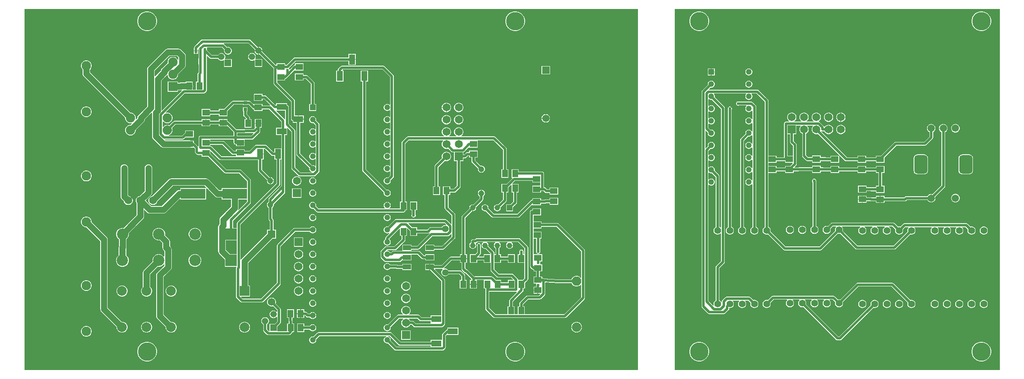
<source format=gbr>
G04*
G04 #@! TF.GenerationSoftware,Altium Limited,Altium Designer,22.4.2 (48)*
G04*
G04 Layer_Physical_Order=1*
G04 Layer_Color=255*
%FSLAX24Y24*%
%MOIN*%
G70*
G04*
G04 #@! TF.SameCoordinates,A9630A7D-A4A5-49CB-BB12-AA859E33B044*
G04*
G04*
G04 #@! TF.FilePolarity,Positive*
G04*
G01*
G75*
%ADD16R,0.0594X0.0475*%
%ADD17R,0.0236X0.0413*%
%ADD18R,0.0276X0.0256*%
%ADD19R,0.0799X0.0500*%
%ADD20R,0.0475X0.0594*%
%ADD21R,0.0492X0.0787*%
%ADD22R,0.2008X0.0846*%
%ADD23R,0.0650X0.0394*%
%ADD24R,0.0500X0.0799*%
%ADD52C,0.0787*%
%ADD53R,0.0787X0.0787*%
%ADD62C,0.0500*%
%ADD63C,0.0200*%
%ADD64C,0.1500*%
%ADD65C,0.0591*%
%ADD66R,0.0591X0.0591*%
%ADD67C,0.0525*%
%ADD68R,0.0525X0.0525*%
%ADD69R,0.0466X0.0466*%
%ADD70C,0.0466*%
%ADD71C,0.0756*%
%ADD72R,0.0756X0.0756*%
%ADD73C,0.0472*%
%ADD74C,0.0650*%
%ADD75R,0.0650X0.0650*%
%ADD76C,0.0456*%
%ADD77R,0.0456X0.0456*%
%ADD78C,0.0768*%
%ADD79C,0.0921*%
%ADD80R,0.0921X0.0921*%
%ADD81R,0.0650X0.0650*%
%ADD82C,0.0620*%
%ADD83R,0.0620X0.0620*%
%ADD84C,0.0557*%
%ADD85C,0.0750*%
%ADD86C,0.0630*%
%ADD87C,0.0531*%
%ADD88C,0.0469*%
%ADD89R,0.0469X0.0469*%
G04:AMPARAMS|DCode=90|XSize=153.5mil|YSize=106.3mil|CornerRadius=26.6mil|HoleSize=0mil|Usage=FLASHONLY|Rotation=90.000|XOffset=0mil|YOffset=0mil|HoleType=Round|Shape=RoundedRectangle|*
%AMROUNDEDRECTD90*
21,1,0.1535,0.0531,0,0,90.0*
21,1,0.1004,0.1063,0,0,90.0*
1,1,0.0531,0.0266,0.0502*
1,1,0.0531,0.0266,-0.0502*
1,1,0.0531,-0.0266,-0.0502*
1,1,0.0531,-0.0266,0.0502*
%
%ADD90ROUNDEDRECTD90*%
%ADD91C,0.0236*%
G36*
X89500Y9500D02*
X63000D01*
Y39000D01*
X89500D01*
Y9500D01*
D02*
G37*
G36*
X60000D02*
X10000D01*
Y39000D01*
X60000D01*
Y9500D01*
D02*
G37*
%LPC*%
G36*
X88079Y38800D02*
X87921D01*
X87767Y38769D01*
X87621Y38709D01*
X87490Y38621D01*
X87379Y38510D01*
X87291Y38379D01*
X87231Y38233D01*
X87200Y38079D01*
Y37921D01*
X87231Y37767D01*
X87291Y37621D01*
X87379Y37490D01*
X87490Y37379D01*
X87621Y37291D01*
X87767Y37231D01*
X87921Y37200D01*
X88079D01*
X88233Y37231D01*
X88379Y37291D01*
X88510Y37379D01*
X88621Y37490D01*
X88709Y37621D01*
X88769Y37767D01*
X88800Y37921D01*
Y38079D01*
X88769Y38233D01*
X88709Y38379D01*
X88621Y38510D01*
X88510Y38621D01*
X88379Y38709D01*
X88233Y38769D01*
X88079Y38800D01*
D02*
G37*
G36*
X65079D02*
X64921D01*
X64767Y38769D01*
X64621Y38709D01*
X64490Y38621D01*
X64379Y38510D01*
X64291Y38379D01*
X64231Y38233D01*
X64200Y38079D01*
Y37921D01*
X64231Y37767D01*
X64291Y37621D01*
X64379Y37490D01*
X64490Y37379D01*
X64621Y37291D01*
X64767Y37231D01*
X64921Y37200D01*
X65079D01*
X65233Y37231D01*
X65379Y37291D01*
X65510Y37379D01*
X65621Y37490D01*
X65709Y37621D01*
X65769Y37767D01*
X65800Y37921D01*
Y38079D01*
X65769Y38233D01*
X65709Y38379D01*
X65621Y38510D01*
X65510Y38621D01*
X65379Y38709D01*
X65233Y38769D01*
X65079Y38800D01*
D02*
G37*
G36*
X66271Y34134D02*
X66012D01*
Y33875D01*
X66271D01*
Y34134D01*
D02*
G37*
G36*
X65962D02*
X65703D01*
Y33875D01*
X65962D01*
Y34134D01*
D02*
G37*
G36*
X69087D02*
X69013D01*
X68940Y34115D01*
X68875Y34077D01*
X68823Y34025D01*
X68785Y33960D01*
X68766Y33887D01*
Y33813D01*
X68785Y33740D01*
X68823Y33675D01*
X68875Y33623D01*
X68940Y33585D01*
X69013Y33566D01*
X69087D01*
X69160Y33585D01*
X69225Y33623D01*
X69277Y33675D01*
X69315Y33740D01*
X69334Y33813D01*
Y33887D01*
X69315Y33960D01*
X69277Y34025D01*
X69225Y34077D01*
X69160Y34115D01*
X69087Y34134D01*
D02*
G37*
G36*
X66271Y33825D02*
X66012D01*
Y33566D01*
X66271D01*
Y33825D01*
D02*
G37*
G36*
X65962D02*
X65703D01*
Y33566D01*
X65962D01*
Y33825D01*
D02*
G37*
G36*
X69087Y33134D02*
X69013D01*
X68940Y33115D01*
X68875Y33077D01*
X68823Y33025D01*
X68785Y32960D01*
X68766Y32887D01*
Y32813D01*
X68785Y32740D01*
X68823Y32675D01*
X68875Y32623D01*
X68940Y32585D01*
X69013Y32566D01*
X69087D01*
X69160Y32585D01*
X69225Y32623D01*
X69277Y32675D01*
X69315Y32740D01*
X69334Y32813D01*
Y32887D01*
X69315Y32960D01*
X69277Y33025D01*
X69225Y33077D01*
X69160Y33115D01*
X69087Y33134D01*
D02*
G37*
G36*
X66024D02*
X65950D01*
X65877Y33115D01*
X65812Y33077D01*
X65760Y33025D01*
X65722Y32960D01*
X65703Y32887D01*
Y32813D01*
X65709Y32788D01*
X65245Y32324D01*
X65211Y32274D01*
X65200Y32216D01*
Y14691D01*
X65211Y14632D01*
X65245Y14582D01*
X65714Y14114D01*
X65763Y14080D01*
X65822Y14069D01*
X67014D01*
X67072Y14080D01*
X67122Y14114D01*
X67400Y14392D01*
X67433Y14441D01*
X67445Y14500D01*
Y14563D01*
X67457Y14572D01*
X67543D01*
X67627Y14594D01*
X67702Y14637D01*
X67763Y14698D01*
X67806Y14773D01*
X67828Y14857D01*
Y14943D01*
X67806Y15027D01*
X67763Y15102D01*
X67737Y15127D01*
X67758Y15177D01*
X68242D01*
X68263Y15127D01*
X68237Y15102D01*
X68194Y15027D01*
X68172Y14943D01*
Y14857D01*
X68194Y14773D01*
X68237Y14698D01*
X68298Y14637D01*
X68373Y14594D01*
X68457Y14572D01*
X68543D01*
X68627Y14594D01*
X68702Y14637D01*
X68763Y14698D01*
X68806Y14773D01*
X68828Y14857D01*
Y14943D01*
X68806Y15027D01*
X68763Y15102D01*
X68737Y15127D01*
X68758Y15177D01*
X69007D01*
X69186Y14998D01*
X69172Y14943D01*
Y14857D01*
X69194Y14773D01*
X69237Y14698D01*
X69298Y14637D01*
X69373Y14594D01*
X69457Y14572D01*
X69543D01*
X69627Y14594D01*
X69702Y14637D01*
X69763Y14698D01*
X69806Y14773D01*
X69828Y14857D01*
Y14943D01*
X69806Y15027D01*
X69763Y15102D01*
X69702Y15163D01*
X69627Y15206D01*
X69543Y15228D01*
X69457D01*
X69402Y15214D01*
X69178Y15438D01*
X69129Y15471D01*
X69070Y15483D01*
X67250D01*
X67191Y15471D01*
X67142Y15438D01*
X66892Y15188D01*
X66859Y15139D01*
X66847Y15080D01*
Y15056D01*
X66797Y15042D01*
X66763Y15102D01*
X66702Y15163D01*
X66653Y15191D01*
Y17837D01*
X67038Y18222D01*
X67071Y18271D01*
X67083Y18330D01*
Y30907D01*
X67071Y30966D01*
X67038Y31015D01*
X66265Y31788D01*
X66271Y31813D01*
Y31887D01*
X66252Y31960D01*
X66214Y32025D01*
X66202Y32037D01*
X66223Y32087D01*
X68814D01*
X68835Y32037D01*
X68823Y32025D01*
X68785Y31960D01*
X68766Y31887D01*
Y31813D01*
X68785Y31740D01*
X68823Y31675D01*
X68875Y31623D01*
X68940Y31585D01*
X69013Y31566D01*
X69087D01*
X69160Y31585D01*
X69225Y31623D01*
X69277Y31675D01*
X69315Y31740D01*
X69334Y31813D01*
Y31887D01*
X69315Y31960D01*
X69277Y32025D01*
X69265Y32037D01*
X69286Y32087D01*
X69677D01*
X70347Y31417D01*
Y21191D01*
X70298Y21163D01*
X70237Y21102D01*
X70194Y21027D01*
X70172Y20943D01*
Y20857D01*
X70194Y20773D01*
X70237Y20698D01*
X70298Y20637D01*
X70373Y20594D01*
X70457Y20572D01*
X70543D01*
X70598Y20586D01*
X71862Y19322D01*
X71911Y19289D01*
X71970Y19277D01*
X74880D01*
X74939Y19289D01*
X74988Y19322D01*
X76302Y20636D01*
X76357Y20622D01*
X76443D01*
X76498Y20636D01*
X77732Y19402D01*
X77781Y19369D01*
X77840Y19357D01*
X80910D01*
X80969Y19369D01*
X81018Y19402D01*
X82202Y20586D01*
X82257Y20572D01*
X82343D01*
X82427Y20594D01*
X82502Y20637D01*
X82563Y20698D01*
X82606Y20773D01*
X82628Y20857D01*
Y20943D01*
X82606Y21027D01*
X82563Y21102D01*
X82537Y21127D01*
X82558Y21177D01*
X83942D01*
X83963Y21127D01*
X83937Y21102D01*
X83894Y21027D01*
X83872Y20943D01*
Y20857D01*
X83894Y20773D01*
X83937Y20698D01*
X83998Y20637D01*
X84073Y20594D01*
X84157Y20572D01*
X84243D01*
X84327Y20594D01*
X84402Y20637D01*
X84463Y20698D01*
X84506Y20773D01*
X84528Y20857D01*
Y20943D01*
X84506Y21027D01*
X84463Y21102D01*
X84437Y21127D01*
X84458Y21177D01*
X84942D01*
X84963Y21127D01*
X84937Y21102D01*
X84894Y21027D01*
X84872Y20943D01*
Y20857D01*
X84894Y20773D01*
X84937Y20698D01*
X84998Y20637D01*
X85073Y20594D01*
X85157Y20572D01*
X85243D01*
X85327Y20594D01*
X85402Y20637D01*
X85463Y20698D01*
X85506Y20773D01*
X85528Y20857D01*
Y20943D01*
X85506Y21027D01*
X85463Y21102D01*
X85437Y21127D01*
X85458Y21177D01*
X85942D01*
X85963Y21127D01*
X85937Y21102D01*
X85894Y21027D01*
X85872Y20943D01*
Y20857D01*
X85894Y20773D01*
X85937Y20698D01*
X85998Y20637D01*
X86073Y20594D01*
X86157Y20572D01*
X86243D01*
X86327Y20594D01*
X86402Y20637D01*
X86463Y20698D01*
X86506Y20773D01*
X86528Y20857D01*
Y20943D01*
X86506Y21027D01*
X86463Y21102D01*
X86437Y21127D01*
X86458Y21177D01*
X86707D01*
X86886Y20998D01*
X86872Y20943D01*
Y20857D01*
X86894Y20773D01*
X86937Y20698D01*
X86998Y20637D01*
X87073Y20594D01*
X87157Y20572D01*
X87243D01*
X87327Y20594D01*
X87402Y20637D01*
X87463Y20698D01*
X87506Y20773D01*
X87528Y20857D01*
Y20943D01*
X87506Y21027D01*
X87463Y21102D01*
X87402Y21163D01*
X87327Y21206D01*
X87243Y21228D01*
X87157D01*
X87102Y21214D01*
X86878Y21438D01*
X86829Y21471D01*
X86770Y21483D01*
X81730D01*
X81671Y21471D01*
X81622Y21438D01*
X81398Y21214D01*
X81343Y21228D01*
X81257D01*
X81202Y21214D01*
X80918Y21498D01*
X80869Y21531D01*
X80810Y21543D01*
X75840D01*
X75781Y21531D01*
X75732Y21498D01*
X75498Y21264D01*
X75443Y21278D01*
X75357D01*
X75273Y21256D01*
X75198Y21213D01*
X75137Y21152D01*
X75094Y21077D01*
X75072Y20993D01*
Y20907D01*
X75094Y20823D01*
X75137Y20748D01*
X75198Y20687D01*
X75273Y20644D01*
X75357Y20622D01*
X75443D01*
X75527Y20644D01*
X75602Y20687D01*
X75663Y20748D01*
X75706Y20823D01*
X75728Y20907D01*
Y20993D01*
X75714Y21048D01*
X75903Y21237D01*
X76152D01*
X76173Y21187D01*
X76137Y21152D01*
X76094Y21077D01*
X76072Y20993D01*
Y20907D01*
X76086Y20852D01*
X74817Y19583D01*
X72033D01*
X70814Y20802D01*
X70828Y20857D01*
Y20943D01*
X70806Y21027D01*
X70763Y21102D01*
X70702Y21163D01*
X70653Y21191D01*
Y25599D01*
X71297D01*
Y25733D01*
X72003D01*
Y25599D01*
X72697D01*
Y25738D01*
X73465Y25747D01*
X74203D01*
Y25612D01*
X74897D01*
Y25705D01*
X74933Y25740D01*
X75311Y25733D01*
X75312Y25734D01*
X75314Y25733D01*
X75703D01*
Y25599D01*
X76397D01*
Y25733D01*
X77903D01*
Y25599D01*
X78597D01*
Y25733D01*
X79403D01*
Y25599D01*
X79597D01*
Y24551D01*
X79403D01*
Y24417D01*
X79072D01*
X79069Y24419D01*
X79010Y24430D01*
X78647D01*
Y24565D01*
X77953D01*
Y23990D01*
X78647D01*
Y24125D01*
X78962D01*
X78965Y24122D01*
X79024Y24111D01*
X79403D01*
Y23976D01*
X80097D01*
Y24551D01*
X79903D01*
Y25599D01*
X80097D01*
Y26174D01*
X79403D01*
Y26039D01*
X78597D01*
Y26174D01*
X77903D01*
Y26039D01*
X76397D01*
Y26174D01*
X75703D01*
Y26039D01*
X75315D01*
X74897Y26047D01*
Y26188D01*
X74203D01*
Y26053D01*
X73464D01*
X73463Y26053D01*
X73462Y26053D01*
X72790Y26045D01*
X72771Y26091D01*
X72908Y26228D01*
X72941Y26278D01*
X72953Y26336D01*
Y27890D01*
X72941Y27949D01*
X72908Y27998D01*
X72703Y28203D01*
Y28775D01*
X72925D01*
Y29477D01*
X73276D01*
X73297Y29427D01*
X73250Y29380D01*
X73201Y29295D01*
X73175Y29199D01*
Y29101D01*
X73201Y29005D01*
X73250Y28920D01*
X73320Y28850D01*
X73397Y28806D01*
Y27000D01*
X73409Y26941D01*
X73442Y26892D01*
X73714Y26619D01*
X73764Y26586D01*
X73823Y26574D01*
X74203D01*
Y26440D01*
X74897D01*
Y26574D01*
X75242D01*
X75245Y26572D01*
X75304Y26561D01*
X75703D01*
Y26426D01*
X76397D01*
Y27001D01*
X75703D01*
Y26867D01*
X75352D01*
X75349Y26869D01*
X75290Y26880D01*
X74897D01*
Y27015D01*
X74203D01*
Y26880D01*
X73886D01*
X73703Y27063D01*
Y28806D01*
X73780Y28850D01*
X73850Y28920D01*
X73899Y29005D01*
X73925Y29101D01*
Y29199D01*
X73899Y29295D01*
X73850Y29380D01*
X73803Y29427D01*
X73824Y29477D01*
X74276D01*
X74297Y29427D01*
X74250Y29380D01*
X74201Y29295D01*
X74175Y29199D01*
Y29101D01*
X74201Y29005D01*
X74250Y28920D01*
X74320Y28850D01*
X74405Y28801D01*
X74501Y28775D01*
X74599D01*
X74685Y28798D01*
X76878Y26606D01*
X76928Y26572D01*
X76986Y26561D01*
X77903D01*
Y26426D01*
X78597D01*
Y26561D01*
X79403D01*
Y26426D01*
X80097D01*
Y26844D01*
X81090Y27837D01*
X83406D01*
X83464Y27849D01*
X83514Y27882D01*
X84024Y28392D01*
X84057Y28441D01*
X84069Y28500D01*
Y28942D01*
X84128Y28976D01*
X84192Y29041D01*
X84237Y29119D01*
X84261Y29207D01*
Y29298D01*
X84237Y29386D01*
X84192Y29465D01*
X84128Y29529D01*
X84049Y29574D01*
X83961Y29598D01*
X83870D01*
X83782Y29574D01*
X83704Y29529D01*
X83639Y29465D01*
X83594Y29386D01*
X83570Y29298D01*
Y29207D01*
X83594Y29119D01*
X83639Y29041D01*
X83704Y28976D01*
X83763Y28942D01*
Y28563D01*
X83342Y28143D01*
X81026D01*
X80968Y28131D01*
X80918Y28098D01*
X79821Y27001D01*
X79403D01*
Y26867D01*
X78597D01*
Y27001D01*
X77903D01*
Y26867D01*
X77050D01*
X74933Y28983D01*
X74934Y28987D01*
X74991Y29009D01*
X75050Y28997D01*
X75206D01*
X75250Y28920D01*
X75320Y28850D01*
X75405Y28801D01*
X75501Y28775D01*
X75599D01*
X75695Y28801D01*
X75780Y28850D01*
X75850Y28920D01*
X75899Y29005D01*
X75925Y29101D01*
Y29199D01*
X75899Y29295D01*
X75850Y29380D01*
X75780Y29450D01*
X75695Y29499D01*
X75599Y29525D01*
X75501D01*
X75405Y29499D01*
X75320Y29450D01*
X75250Y29380D01*
X75246Y29372D01*
X75193Y29381D01*
X75191Y29389D01*
X75158Y29438D01*
X74858Y29738D01*
X74809Y29771D01*
X74760Y29781D01*
X74750Y29809D01*
X74750Y29833D01*
X74780Y29850D01*
X74850Y29920D01*
X74899Y30005D01*
X74925Y30101D01*
Y30199D01*
X74899Y30295D01*
X74850Y30380D01*
X74780Y30450D01*
X74695Y30499D01*
X74599Y30525D01*
X74501D01*
X74405Y30499D01*
X74320Y30450D01*
X74250Y30380D01*
X74201Y30295D01*
X74175Y30199D01*
Y30101D01*
X74201Y30005D01*
X74250Y29920D01*
X74320Y29850D01*
X74350Y29833D01*
X74336Y29783D01*
X73764D01*
X73750Y29833D01*
X73780Y29850D01*
X73850Y29920D01*
X73899Y30005D01*
X73925Y30101D01*
Y30199D01*
X73899Y30295D01*
X73850Y30380D01*
X73780Y30450D01*
X73695Y30499D01*
X73599Y30525D01*
X73501D01*
X73405Y30499D01*
X73320Y30450D01*
X73250Y30380D01*
X73201Y30295D01*
X73175Y30199D01*
Y30101D01*
X73201Y30005D01*
X73250Y29920D01*
X73320Y29850D01*
X73350Y29833D01*
X73336Y29783D01*
X72764D01*
X72750Y29833D01*
X72780Y29850D01*
X72850Y29920D01*
X72899Y30005D01*
X72925Y30101D01*
Y30199D01*
X72899Y30295D01*
X72850Y30380D01*
X72780Y30450D01*
X72695Y30499D01*
X72599Y30525D01*
X72501D01*
X72405Y30499D01*
X72320Y30450D01*
X72250Y30380D01*
X72201Y30295D01*
X72175Y30199D01*
Y30101D01*
X72201Y30005D01*
X72250Y29920D01*
X72320Y29850D01*
X72350Y29833D01*
X72336Y29783D01*
X72070D01*
X72011Y29771D01*
X71962Y29738D01*
X71929Y29689D01*
X71917Y29630D01*
Y26867D01*
X71297D01*
Y27001D01*
X70653D01*
Y31480D01*
X70641Y31539D01*
X70608Y31588D01*
X69848Y32348D01*
X69799Y32381D01*
X69740Y32393D01*
X65817D01*
X65796Y32443D01*
X65925Y32572D01*
X65950Y32566D01*
X66024D01*
X66097Y32585D01*
X66162Y32623D01*
X66214Y32675D01*
X66252Y32740D01*
X66271Y32813D01*
Y32887D01*
X66252Y32960D01*
X66214Y33025D01*
X66162Y33077D01*
X66097Y33115D01*
X66024Y33134D01*
D02*
G37*
G36*
X76599Y30525D02*
X76575D01*
Y30175D01*
X76925D01*
Y30199D01*
X76899Y30295D01*
X76850Y30380D01*
X76780Y30450D01*
X76695Y30499D01*
X76599Y30525D01*
D02*
G37*
G36*
X76525D02*
X76501D01*
X76405Y30499D01*
X76320Y30450D01*
X76250Y30380D01*
X76201Y30295D01*
X76175Y30199D01*
Y30175D01*
X76525D01*
Y30525D01*
D02*
G37*
G36*
X68223Y31438D02*
X68157D01*
X68095Y31413D01*
X68047Y31365D01*
X68022Y31303D01*
Y31237D01*
X68047Y31175D01*
X68095Y31127D01*
X68157Y31102D01*
X68223D01*
X68260Y31117D01*
X68848D01*
X68852Y31110D01*
X68865Y31067D01*
X68823Y31025D01*
X68785Y30960D01*
X68766Y30887D01*
Y30813D01*
X68785Y30740D01*
X68823Y30675D01*
X68875Y30623D01*
X68940Y30585D01*
X69013Y30566D01*
X69087D01*
X69160Y30585D01*
X69225Y30623D01*
X69277Y30675D01*
X69297Y30709D01*
X69347Y30696D01*
Y30004D01*
X69297Y29991D01*
X69277Y30025D01*
X69225Y30077D01*
X69160Y30115D01*
X69087Y30134D01*
X69013D01*
X68940Y30115D01*
X68875Y30077D01*
X68823Y30025D01*
X68785Y29960D01*
X68766Y29887D01*
Y29813D01*
X68785Y29740D01*
X68823Y29675D01*
X68875Y29623D01*
X68940Y29585D01*
X69013Y29566D01*
X69087D01*
X69160Y29585D01*
X69225Y29623D01*
X69277Y29675D01*
X69297Y29709D01*
X69347Y29696D01*
Y29004D01*
X69297Y28991D01*
X69277Y29025D01*
X69225Y29077D01*
X69160Y29115D01*
X69087Y29134D01*
X69013D01*
X68940Y29115D01*
X68875Y29077D01*
X68823Y29025D01*
X68785Y28960D01*
X68766Y28887D01*
Y28813D01*
X68772Y28788D01*
X68392Y28408D01*
X68359Y28359D01*
X68347Y28300D01*
Y21191D01*
X68298Y21163D01*
X68237Y21102D01*
X68194Y21027D01*
X68172Y20943D01*
Y20857D01*
X68194Y20773D01*
X68237Y20698D01*
X68298Y20637D01*
X68373Y20594D01*
X68457Y20572D01*
X68543D01*
X68627Y20594D01*
X68702Y20637D01*
X68763Y20698D01*
X68806Y20773D01*
X68828Y20857D01*
Y20943D01*
X68806Y21027D01*
X68763Y21102D01*
X68702Y21163D01*
X68653Y21191D01*
Y28237D01*
X68988Y28572D01*
X69013Y28566D01*
X69087D01*
X69160Y28585D01*
X69225Y28623D01*
X69277Y28675D01*
X69297Y28709D01*
X69347Y28696D01*
Y28004D01*
X69297Y27991D01*
X69277Y28025D01*
X69225Y28077D01*
X69160Y28115D01*
X69087Y28134D01*
X69013D01*
X68940Y28115D01*
X68875Y28077D01*
X68823Y28025D01*
X68785Y27960D01*
X68766Y27887D01*
Y27813D01*
X68785Y27740D01*
X68823Y27675D01*
X68875Y27623D01*
X68940Y27585D01*
X69013Y27566D01*
X69087D01*
X69160Y27585D01*
X69225Y27623D01*
X69277Y27675D01*
X69297Y27709D01*
X69347Y27696D01*
Y27004D01*
X69297Y26991D01*
X69277Y27025D01*
X69225Y27077D01*
X69160Y27115D01*
X69087Y27134D01*
X69013D01*
X68940Y27115D01*
X68875Y27077D01*
X68823Y27025D01*
X68785Y26960D01*
X68766Y26887D01*
Y26813D01*
X68785Y26740D01*
X68823Y26675D01*
X68875Y26623D01*
X68940Y26585D01*
X69013Y26566D01*
X69087D01*
X69160Y26585D01*
X69225Y26623D01*
X69277Y26675D01*
X69297Y26709D01*
X69347Y26696D01*
Y26004D01*
X69297Y25991D01*
X69277Y26025D01*
X69225Y26077D01*
X69160Y26115D01*
X69087Y26134D01*
X69013D01*
X68940Y26115D01*
X68875Y26077D01*
X68823Y26025D01*
X68785Y25960D01*
X68766Y25887D01*
Y25813D01*
X68785Y25740D01*
X68823Y25675D01*
X68875Y25623D01*
X68940Y25585D01*
X69013Y25566D01*
X69087D01*
X69160Y25585D01*
X69225Y25623D01*
X69277Y25675D01*
X69297Y25709D01*
X69347Y25696D01*
Y25004D01*
X69297Y24991D01*
X69277Y25025D01*
X69225Y25077D01*
X69160Y25115D01*
X69087Y25134D01*
X69013D01*
X68940Y25115D01*
X68875Y25077D01*
X68823Y25025D01*
X68785Y24960D01*
X68766Y24887D01*
Y24813D01*
X68785Y24740D01*
X68823Y24675D01*
X68875Y24623D01*
X68940Y24585D01*
X69013Y24566D01*
X69087D01*
X69160Y24585D01*
X69225Y24623D01*
X69277Y24675D01*
X69297Y24709D01*
X69347Y24696D01*
Y21191D01*
X69298Y21163D01*
X69237Y21102D01*
X69194Y21027D01*
X69172Y20943D01*
Y20857D01*
X69194Y20773D01*
X69237Y20698D01*
X69298Y20637D01*
X69373Y20594D01*
X69457Y20572D01*
X69543D01*
X69627Y20594D01*
X69702Y20637D01*
X69763Y20698D01*
X69806Y20773D01*
X69828Y20857D01*
Y20943D01*
X69806Y21027D01*
X69763Y21102D01*
X69702Y21163D01*
X69653Y21191D01*
Y31020D01*
X69641Y31079D01*
X69608Y31128D01*
X69358Y31378D01*
X69309Y31411D01*
X69250Y31423D01*
X68260D01*
X68223Y31438D01*
D02*
G37*
G36*
X76925Y30125D02*
X76575D01*
Y29775D01*
X76599D01*
X76695Y29801D01*
X76780Y29850D01*
X76850Y29920D01*
X76899Y30005D01*
X76925Y30101D01*
Y30125D01*
D02*
G37*
G36*
X76525D02*
X76175D01*
Y30101D01*
X76201Y30005D01*
X76250Y29920D01*
X76320Y29850D01*
X76405Y29801D01*
X76501Y29775D01*
X76525D01*
Y30125D01*
D02*
G37*
G36*
X75599Y30525D02*
X75501D01*
X75405Y30499D01*
X75320Y30450D01*
X75250Y30380D01*
X75201Y30295D01*
X75175Y30199D01*
Y30101D01*
X75201Y30005D01*
X75250Y29920D01*
X75320Y29850D01*
X75405Y29801D01*
X75501Y29775D01*
X75599D01*
X75695Y29801D01*
X75780Y29850D01*
X75850Y29920D01*
X75899Y30005D01*
X75925Y30101D01*
Y30199D01*
X75899Y30295D01*
X75850Y30380D01*
X75780Y30450D01*
X75695Y30499D01*
X75599Y30525D01*
D02*
G37*
G36*
X84945Y29598D02*
X84925D01*
Y29278D01*
X85245D01*
Y29298D01*
X85222Y29386D01*
X85176Y29465D01*
X85112Y29529D01*
X85033Y29574D01*
X84945Y29598D01*
D02*
G37*
G36*
X84875D02*
X84855D01*
X84767Y29574D01*
X84688Y29529D01*
X84624Y29465D01*
X84578Y29386D01*
X84555Y29298D01*
Y29278D01*
X84875D01*
Y29598D01*
D02*
G37*
G36*
X85930D02*
X85839D01*
X85751Y29574D01*
X85672Y29529D01*
X85608Y29465D01*
X85563Y29386D01*
X85539Y29298D01*
Y29207D01*
X85563Y29119D01*
X85608Y29041D01*
X85672Y28976D01*
X85751Y28931D01*
X85839Y28907D01*
X85930D01*
X86018Y28931D01*
X86096Y28976D01*
X86161Y29041D01*
X86206Y29119D01*
X86230Y29207D01*
Y29298D01*
X86206Y29386D01*
X86161Y29465D01*
X86096Y29529D01*
X86018Y29574D01*
X85930Y29598D01*
D02*
G37*
G36*
X76599Y29525D02*
X76501D01*
X76405Y29499D01*
X76320Y29450D01*
X76250Y29380D01*
X76201Y29295D01*
X76175Y29199D01*
Y29101D01*
X76201Y29005D01*
X76250Y28920D01*
X76320Y28850D01*
X76405Y28801D01*
X76501Y28775D01*
X76599D01*
X76695Y28801D01*
X76780Y28850D01*
X76850Y28920D01*
X76899Y29005D01*
X76925Y29101D01*
Y29199D01*
X76899Y29295D01*
X76850Y29380D01*
X76780Y29450D01*
X76695Y29499D01*
X76599Y29525D01*
D02*
G37*
G36*
X86996Y27120D02*
X86465D01*
X86383Y27110D01*
X86306Y27078D01*
X86240Y27027D01*
X86189Y26961D01*
X86157Y26884D01*
X86146Y26802D01*
Y25798D01*
X86157Y25716D01*
X86189Y25639D01*
X86240Y25573D01*
X86306Y25522D01*
X86383Y25490D01*
X86465Y25480D01*
X86996D01*
X87079Y25490D01*
X87156Y25522D01*
X87222Y25573D01*
X87272Y25639D01*
X87304Y25716D01*
X87315Y25798D01*
Y26802D01*
X87304Y26884D01*
X87272Y26961D01*
X87222Y27027D01*
X87156Y27078D01*
X87079Y27110D01*
X86996Y27120D01*
D02*
G37*
G36*
X83335D02*
X82804D01*
X82721Y27110D01*
X82644Y27078D01*
X82578Y27027D01*
X82528Y26961D01*
X82496Y26884D01*
X82485Y26802D01*
Y25798D01*
X82496Y25716D01*
X82528Y25639D01*
X82578Y25573D01*
X82644Y25522D01*
X82721Y25490D01*
X82804Y25480D01*
X83335D01*
X83417Y25490D01*
X83494Y25522D01*
X83560Y25573D01*
X83611Y25639D01*
X83643Y25716D01*
X83654Y25798D01*
Y26802D01*
X83643Y26884D01*
X83611Y26961D01*
X83560Y27027D01*
X83494Y27078D01*
X83417Y27110D01*
X83335Y27120D01*
D02*
G37*
G36*
X85245Y29228D02*
X84900D01*
X84555D01*
Y29207D01*
X84578Y29119D01*
X84624Y29041D01*
X84688Y28976D01*
X84747Y28942D01*
Y24592D01*
X84027Y23872D01*
X83961Y23889D01*
X83941D01*
Y23569D01*
X84261D01*
Y23590D01*
X84243Y23655D01*
X85008Y24420D01*
X85041Y24470D01*
X85053Y24528D01*
Y28942D01*
X85112Y28976D01*
X85176Y29041D01*
X85222Y29119D01*
X85245Y29207D01*
Y29228D01*
D02*
G37*
G36*
X83891Y23889D02*
X83870D01*
X83782Y23866D01*
X83704Y23820D01*
X83639Y23756D01*
X83605Y23697D01*
X81878D01*
X81819Y23685D01*
X81770Y23652D01*
X81707Y23589D01*
X80097D01*
Y23724D01*
X79775D01*
Y23436D01*
Y23149D01*
X80097D01*
Y23283D01*
X81770D01*
X81829Y23295D01*
X81878Y23328D01*
X81941Y23391D01*
X83605D01*
X83639Y23332D01*
X83704Y23268D01*
X83782Y23222D01*
X83870Y23199D01*
X83891D01*
Y23544D01*
Y23889D01*
D02*
G37*
G36*
X78275Y23737D02*
X77953D01*
Y23475D01*
X78275D01*
Y23737D01*
D02*
G37*
G36*
X85930Y23889D02*
X85839D01*
X85751Y23866D01*
X85672Y23820D01*
X85608Y23756D01*
X85563Y23677D01*
X85539Y23590D01*
Y23499D01*
X85563Y23411D01*
X85608Y23332D01*
X85672Y23268D01*
X85751Y23222D01*
X85839Y23199D01*
X85930D01*
X86018Y23222D01*
X86096Y23268D01*
X86161Y23332D01*
X86206Y23411D01*
X86230Y23499D01*
Y23590D01*
X86206Y23677D01*
X86161Y23756D01*
X86096Y23820D01*
X86018Y23866D01*
X85930Y23889D01*
D02*
G37*
G36*
X84261Y23519D02*
X83941D01*
Y23199D01*
X83961D01*
X84049Y23222D01*
X84128Y23268D01*
X84192Y23332D01*
X84237Y23411D01*
X84261Y23499D01*
Y23519D01*
D02*
G37*
G36*
X78275Y23425D02*
X77953D01*
Y23163D01*
X78275D01*
Y23425D01*
D02*
G37*
G36*
X78647Y23737D02*
X78325D01*
Y23450D01*
Y23163D01*
X78647D01*
Y23297D01*
X78962D01*
X78965Y23295D01*
X79024Y23283D01*
X79403D01*
Y23149D01*
X79725D01*
Y23436D01*
Y23724D01*
X79403D01*
Y23589D01*
X79072D01*
X79069Y23591D01*
X79010Y23603D01*
X78647D01*
Y23737D01*
D02*
G37*
G36*
X74403Y25118D02*
X74337D01*
X74275Y25093D01*
X74227Y25045D01*
X74202Y24983D01*
Y24917D01*
X74227Y24855D01*
X74247Y24835D01*
Y21241D01*
X74198Y21213D01*
X74137Y21152D01*
X74094Y21077D01*
X74072Y20993D01*
Y20907D01*
X74094Y20823D01*
X74137Y20748D01*
X74198Y20687D01*
X74273Y20644D01*
X74357Y20622D01*
X74443D01*
X74527Y20644D01*
X74602Y20687D01*
X74663Y20748D01*
X74706Y20823D01*
X74728Y20907D01*
Y20993D01*
X74706Y21077D01*
X74663Y21152D01*
X74602Y21213D01*
X74553Y21241D01*
Y24920D01*
X74541Y24979D01*
X74538Y24983D01*
Y24983D01*
X74513Y25045D01*
X74465Y25093D01*
X74403Y25118D01*
D02*
G37*
G36*
X73443Y21278D02*
X73357D01*
X73273Y21256D01*
X73198Y21213D01*
X73137Y21152D01*
X73094Y21077D01*
X73072Y20993D01*
Y20907D01*
X73094Y20823D01*
X73137Y20748D01*
X73198Y20687D01*
X73273Y20644D01*
X73357Y20622D01*
X73443D01*
X73527Y20644D01*
X73602Y20687D01*
X73663Y20748D01*
X73706Y20823D01*
X73728Y20907D01*
Y20993D01*
X73706Y21077D01*
X73663Y21152D01*
X73602Y21213D01*
X73527Y21256D01*
X73443Y21278D01*
D02*
G37*
G36*
X72443D02*
X72357D01*
X72273Y21256D01*
X72198Y21213D01*
X72137Y21152D01*
X72094Y21077D01*
X72072Y20993D01*
Y20907D01*
X72094Y20823D01*
X72137Y20748D01*
X72198Y20687D01*
X72273Y20644D01*
X72357Y20622D01*
X72443D01*
X72527Y20644D01*
X72602Y20687D01*
X72663Y20748D01*
X72706Y20823D01*
X72728Y20907D01*
Y20993D01*
X72706Y21077D01*
X72663Y21152D01*
X72602Y21213D01*
X72527Y21256D01*
X72443Y21278D01*
D02*
G37*
G36*
X88243Y21228D02*
X88157D01*
X88073Y21206D01*
X87998Y21163D01*
X87937Y21102D01*
X87894Y21027D01*
X87872Y20943D01*
Y20857D01*
X87894Y20773D01*
X87937Y20698D01*
X87998Y20637D01*
X88073Y20594D01*
X88157Y20572D01*
X88243D01*
X88327Y20594D01*
X88402Y20637D01*
X88463Y20698D01*
X88506Y20773D01*
X88528Y20857D01*
Y20943D01*
X88506Y21027D01*
X88463Y21102D01*
X88402Y21163D01*
X88327Y21206D01*
X88243Y21228D01*
D02*
G37*
G36*
X67533Y31018D02*
X67467D01*
X67405Y30993D01*
X67357Y30945D01*
X67332Y30883D01*
Y30817D01*
X67347Y30780D01*
Y21191D01*
X67298Y21163D01*
X67237Y21102D01*
X67194Y21027D01*
X67172Y20943D01*
Y20857D01*
X67194Y20773D01*
X67237Y20698D01*
X67298Y20637D01*
X67373Y20594D01*
X67457Y20572D01*
X67543D01*
X67627Y20594D01*
X67702Y20637D01*
X67763Y20698D01*
X67806Y20773D01*
X67828Y20857D01*
Y20943D01*
X67806Y21027D01*
X67763Y21102D01*
X67702Y21163D01*
X67653Y21191D01*
Y30780D01*
X67668Y30817D01*
Y30883D01*
X67643Y30945D01*
X67595Y30993D01*
X67533Y31018D01*
D02*
G37*
G36*
X88243Y15228D02*
X88157D01*
X88073Y15206D01*
X87998Y15163D01*
X87937Y15102D01*
X87894Y15027D01*
X87872Y14943D01*
Y14857D01*
X87894Y14773D01*
X87937Y14698D01*
X87998Y14637D01*
X88073Y14594D01*
X88157Y14572D01*
X88243D01*
X88327Y14594D01*
X88402Y14637D01*
X88463Y14698D01*
X88506Y14773D01*
X88528Y14857D01*
Y14943D01*
X88506Y15027D01*
X88463Y15102D01*
X88402Y15163D01*
X88327Y15206D01*
X88243Y15228D01*
D02*
G37*
G36*
X87243D02*
X87157D01*
X87073Y15206D01*
X86998Y15163D01*
X86937Y15102D01*
X86894Y15027D01*
X86872Y14943D01*
Y14857D01*
X86894Y14773D01*
X86937Y14698D01*
X86998Y14637D01*
X87073Y14594D01*
X87157Y14572D01*
X87243D01*
X87327Y14594D01*
X87402Y14637D01*
X87463Y14698D01*
X87506Y14773D01*
X87528Y14857D01*
Y14943D01*
X87506Y15027D01*
X87463Y15102D01*
X87402Y15163D01*
X87327Y15206D01*
X87243Y15228D01*
D02*
G37*
G36*
X86243D02*
X86157D01*
X86073Y15206D01*
X85998Y15163D01*
X85937Y15102D01*
X85894Y15027D01*
X85872Y14943D01*
Y14857D01*
X85894Y14773D01*
X85937Y14698D01*
X85998Y14637D01*
X86073Y14594D01*
X86157Y14572D01*
X86243D01*
X86327Y14594D01*
X86402Y14637D01*
X86463Y14698D01*
X86506Y14773D01*
X86528Y14857D01*
Y14943D01*
X86506Y15027D01*
X86463Y15102D01*
X86402Y15163D01*
X86327Y15206D01*
X86243Y15228D01*
D02*
G37*
G36*
X85243D02*
X85157D01*
X85073Y15206D01*
X84998Y15163D01*
X84937Y15102D01*
X84894Y15027D01*
X84872Y14943D01*
Y14857D01*
X84894Y14773D01*
X84937Y14698D01*
X84998Y14637D01*
X85073Y14594D01*
X85157Y14572D01*
X85243D01*
X85327Y14594D01*
X85402Y14637D01*
X85463Y14698D01*
X85506Y14773D01*
X85528Y14857D01*
Y14943D01*
X85506Y15027D01*
X85463Y15102D01*
X85402Y15163D01*
X85327Y15206D01*
X85243Y15228D01*
D02*
G37*
G36*
X84243D02*
X84157D01*
X84073Y15206D01*
X83998Y15163D01*
X83937Y15102D01*
X83894Y15027D01*
X83872Y14943D01*
Y14857D01*
X83894Y14773D01*
X83937Y14698D01*
X83998Y14637D01*
X84073Y14594D01*
X84157Y14572D01*
X84243D01*
X84327Y14594D01*
X84402Y14637D01*
X84463Y14698D01*
X84506Y14773D01*
X84528Y14857D01*
Y14943D01*
X84506Y15027D01*
X84463Y15102D01*
X84402Y15163D01*
X84327Y15206D01*
X84243Y15228D01*
D02*
G37*
G36*
X80730Y16623D02*
X77920D01*
X77861Y16611D01*
X77812Y16578D01*
X76498Y15264D01*
X76443Y15278D01*
X76357D01*
X76302Y15264D01*
X76058Y15508D01*
X76009Y15541D01*
X75950Y15553D01*
X71000D01*
X70941Y15541D01*
X70892Y15508D01*
X70598Y15214D01*
X70543Y15228D01*
X70457D01*
X70373Y15206D01*
X70298Y15163D01*
X70237Y15102D01*
X70194Y15027D01*
X70172Y14943D01*
Y14857D01*
X70194Y14773D01*
X70237Y14698D01*
X70298Y14637D01*
X70373Y14594D01*
X70457Y14572D01*
X70543D01*
X70627Y14594D01*
X70702Y14637D01*
X70763Y14698D01*
X70806Y14773D01*
X70828Y14857D01*
Y14943D01*
X70814Y14998D01*
X71063Y15247D01*
X72162D01*
X72183Y15197D01*
X72137Y15152D01*
X72094Y15077D01*
X72072Y14993D01*
Y14907D01*
X72094Y14823D01*
X72137Y14748D01*
X72198Y14687D01*
X72273Y14644D01*
X72357Y14622D01*
X72443D01*
X72527Y14644D01*
X72602Y14687D01*
X72663Y14748D01*
X72706Y14823D01*
X72728Y14907D01*
Y14993D01*
X72706Y15077D01*
X72663Y15152D01*
X72617Y15197D01*
X72638Y15247D01*
X73162D01*
X73183Y15197D01*
X73137Y15152D01*
X73094Y15077D01*
X73072Y14993D01*
Y14907D01*
X73094Y14823D01*
X73137Y14748D01*
X73198Y14687D01*
X73273Y14644D01*
X73357Y14622D01*
X73443D01*
X73498Y14636D01*
X76162Y11972D01*
X76211Y11939D01*
X76270Y11927D01*
X76480D01*
X76539Y11939D01*
X76588Y11972D01*
X79202Y14586D01*
X79257Y14572D01*
X79343D01*
X79427Y14594D01*
X79502Y14637D01*
X79563Y14698D01*
X79606Y14773D01*
X79628Y14857D01*
Y14943D01*
X79606Y15027D01*
X79563Y15102D01*
X79502Y15163D01*
X79427Y15206D01*
X79343Y15228D01*
X79257D01*
X79173Y15206D01*
X79098Y15163D01*
X79037Y15102D01*
X78994Y15027D01*
X78972Y14943D01*
Y14857D01*
X78986Y14802D01*
X76417Y12233D01*
X76333D01*
X73714Y14852D01*
X73728Y14907D01*
Y14993D01*
X73706Y15077D01*
X73663Y15152D01*
X73617Y15197D01*
X73638Y15247D01*
X74162D01*
X74183Y15197D01*
X74137Y15152D01*
X74094Y15077D01*
X74072Y14993D01*
Y14907D01*
X74094Y14823D01*
X74137Y14748D01*
X74198Y14687D01*
X74273Y14644D01*
X74357Y14622D01*
X74443D01*
X74527Y14644D01*
X74602Y14687D01*
X74663Y14748D01*
X74706Y14823D01*
X74728Y14907D01*
Y14993D01*
X74706Y15077D01*
X74663Y15152D01*
X74617Y15197D01*
X74638Y15247D01*
X75162D01*
X75183Y15197D01*
X75137Y15152D01*
X75094Y15077D01*
X75072Y14993D01*
Y14907D01*
X75094Y14823D01*
X75137Y14748D01*
X75198Y14687D01*
X75273Y14644D01*
X75357Y14622D01*
X75443D01*
X75527Y14644D01*
X75602Y14687D01*
X75663Y14748D01*
X75706Y14823D01*
X75728Y14907D01*
Y14993D01*
X75706Y15077D01*
X75663Y15152D01*
X75617Y15197D01*
X75638Y15247D01*
X75887D01*
X76086Y15048D01*
X76072Y14993D01*
Y14907D01*
X76094Y14823D01*
X76137Y14748D01*
X76198Y14687D01*
X76273Y14644D01*
X76357Y14622D01*
X76443D01*
X76527Y14644D01*
X76602Y14687D01*
X76663Y14748D01*
X76706Y14823D01*
X76728Y14907D01*
Y14993D01*
X76714Y15048D01*
X77983Y16317D01*
X80667D01*
X81986Y14998D01*
X81972Y14943D01*
Y14857D01*
X81994Y14773D01*
X82037Y14698D01*
X82098Y14637D01*
X82173Y14594D01*
X82257Y14572D01*
X82343D01*
X82427Y14594D01*
X82502Y14637D01*
X82563Y14698D01*
X82606Y14773D01*
X82628Y14857D01*
Y14943D01*
X82606Y15027D01*
X82563Y15102D01*
X82502Y15163D01*
X82427Y15206D01*
X82343Y15228D01*
X82257D01*
X82202Y15214D01*
X80838Y16578D01*
X80789Y16611D01*
X80730Y16623D01*
D02*
G37*
G36*
X81343Y15228D02*
X81257D01*
X81173Y15206D01*
X81098Y15163D01*
X81037Y15102D01*
X80994Y15027D01*
X80972Y14943D01*
Y14857D01*
X80994Y14773D01*
X81037Y14698D01*
X81098Y14637D01*
X81173Y14594D01*
X81257Y14572D01*
X81343D01*
X81427Y14594D01*
X81502Y14637D01*
X81563Y14698D01*
X81606Y14773D01*
X81628Y14857D01*
Y14943D01*
X81606Y15027D01*
X81563Y15102D01*
X81502Y15163D01*
X81427Y15206D01*
X81343Y15228D01*
D02*
G37*
G36*
X80343D02*
X80257D01*
X80173Y15206D01*
X80098Y15163D01*
X80037Y15102D01*
X79994Y15027D01*
X79972Y14943D01*
Y14857D01*
X79994Y14773D01*
X80037Y14698D01*
X80098Y14637D01*
X80173Y14594D01*
X80257Y14572D01*
X80343D01*
X80427Y14594D01*
X80502Y14637D01*
X80563Y14698D01*
X80606Y14773D01*
X80628Y14857D01*
Y14943D01*
X80606Y15027D01*
X80563Y15102D01*
X80502Y15163D01*
X80427Y15206D01*
X80343Y15228D01*
D02*
G37*
G36*
X78343D02*
X78257D01*
X78173Y15206D01*
X78098Y15163D01*
X78037Y15102D01*
X77994Y15027D01*
X77972Y14943D01*
Y14857D01*
X77994Y14773D01*
X78037Y14698D01*
X78098Y14637D01*
X78173Y14594D01*
X78257Y14572D01*
X78343D01*
X78427Y14594D01*
X78502Y14637D01*
X78563Y14698D01*
X78606Y14773D01*
X78628Y14857D01*
Y14943D01*
X78606Y15027D01*
X78563Y15102D01*
X78502Y15163D01*
X78427Y15206D01*
X78343Y15228D01*
D02*
G37*
G36*
X88079Y11800D02*
X87921D01*
X87767Y11769D01*
X87621Y11709D01*
X87490Y11621D01*
X87379Y11510D01*
X87291Y11379D01*
X87231Y11233D01*
X87200Y11079D01*
Y10921D01*
X87231Y10767D01*
X87291Y10621D01*
X87379Y10490D01*
X87490Y10379D01*
X87621Y10291D01*
X87767Y10231D01*
X87921Y10200D01*
X88079D01*
X88233Y10231D01*
X88379Y10291D01*
X88510Y10379D01*
X88621Y10490D01*
X88709Y10621D01*
X88769Y10767D01*
X88800Y10921D01*
Y11079D01*
X88769Y11233D01*
X88709Y11379D01*
X88621Y11510D01*
X88510Y11621D01*
X88379Y11709D01*
X88233Y11769D01*
X88079Y11800D01*
D02*
G37*
G36*
X65079D02*
X64921D01*
X64767Y11769D01*
X64621Y11709D01*
X64490Y11621D01*
X64379Y11510D01*
X64291Y11379D01*
X64231Y11233D01*
X64200Y11079D01*
Y10921D01*
X64231Y10767D01*
X64291Y10621D01*
X64379Y10490D01*
X64490Y10379D01*
X64621Y10291D01*
X64767Y10231D01*
X64921Y10200D01*
X65079D01*
X65233Y10231D01*
X65379Y10291D01*
X65510Y10379D01*
X65621Y10490D01*
X65709Y10621D01*
X65769Y10767D01*
X65800Y10921D01*
Y11079D01*
X65769Y11233D01*
X65709Y11379D01*
X65621Y11510D01*
X65510Y11621D01*
X65379Y11709D01*
X65233Y11769D01*
X65079Y11800D01*
D02*
G37*
%LPD*%
G36*
X65812Y31623D02*
X65877Y31585D01*
X65950Y31566D01*
X66024D01*
X66049Y31572D01*
X66777Y30844D01*
Y21158D01*
X66727Y21137D01*
X66702Y21163D01*
X66653Y21191D01*
Y25337D01*
X66641Y25396D01*
X66608Y25445D01*
X66265Y25788D01*
X66271Y25813D01*
Y25887D01*
X66252Y25960D01*
X66214Y26025D01*
X66162Y26077D01*
X66097Y26115D01*
X66024Y26134D01*
X65950D01*
X65877Y26115D01*
X65812Y26077D01*
X65806Y26071D01*
X65756Y26091D01*
Y26609D01*
X65806Y26629D01*
X65812Y26623D01*
X65877Y26585D01*
X65950Y26566D01*
X66024D01*
X66097Y26585D01*
X66162Y26623D01*
X66214Y26675D01*
X66252Y26740D01*
X66271Y26813D01*
Y26887D01*
X66252Y26960D01*
X66214Y27025D01*
X66162Y27077D01*
X66097Y27115D01*
X66024Y27134D01*
X65950D01*
X65877Y27115D01*
X65812Y27077D01*
X65806Y27071D01*
X65756Y27091D01*
Y27402D01*
X65925Y27572D01*
X65950Y27566D01*
X66024D01*
X66097Y27585D01*
X66162Y27623D01*
X66214Y27675D01*
X66252Y27740D01*
X66271Y27813D01*
Y27887D01*
X66252Y27960D01*
X66214Y28025D01*
X66162Y28077D01*
X66097Y28115D01*
X66024Y28134D01*
X65950D01*
X65877Y28115D01*
X65812Y28077D01*
X65760Y28025D01*
X65722Y27960D01*
X65703Y27887D01*
Y27813D01*
X65709Y27788D01*
X65552Y27631D01*
X65506Y27650D01*
Y29050D01*
X65552Y29069D01*
X65709Y28912D01*
X65703Y28887D01*
Y28813D01*
X65722Y28740D01*
X65760Y28675D01*
X65812Y28623D01*
X65877Y28585D01*
X65950Y28566D01*
X66024D01*
X66097Y28585D01*
X66162Y28623D01*
X66214Y28675D01*
X66252Y28740D01*
X66271Y28813D01*
Y28887D01*
X66252Y28960D01*
X66214Y29025D01*
X66162Y29077D01*
X66097Y29115D01*
X66024Y29134D01*
X65950D01*
X65925Y29128D01*
X65756Y29298D01*
Y29609D01*
X65806Y29629D01*
X65812Y29623D01*
X65877Y29585D01*
X65950Y29566D01*
X66024D01*
X66097Y29585D01*
X66162Y29623D01*
X66214Y29675D01*
X66252Y29740D01*
X66271Y29813D01*
Y29887D01*
X66252Y29960D01*
X66214Y30025D01*
X66162Y30077D01*
X66097Y30115D01*
X66024Y30134D01*
X65950D01*
X65877Y30115D01*
X65812Y30077D01*
X65806Y30071D01*
X65756Y30091D01*
Y30609D01*
X65806Y30629D01*
X65812Y30623D01*
X65877Y30585D01*
X65950Y30566D01*
X66024D01*
X66097Y30585D01*
X66162Y30623D01*
X66214Y30675D01*
X66252Y30740D01*
X66271Y30813D01*
Y30887D01*
X66252Y30960D01*
X66214Y31025D01*
X66162Y31077D01*
X66097Y31115D01*
X66024Y31134D01*
X65950D01*
X65877Y31115D01*
X65812Y31077D01*
X65806Y31071D01*
X65756Y31091D01*
Y31609D01*
X65806Y31629D01*
X65812Y31623D01*
D02*
G37*
G36*
X72397Y28140D02*
X72409Y28081D01*
X72442Y28032D01*
X72647Y27827D01*
Y27001D01*
X72223D01*
Y28775D01*
X72397D01*
Y28140D01*
D02*
G37*
G36*
X72003Y26426D02*
X72603D01*
X72624Y26376D01*
X72421Y26174D01*
X72003D01*
Y26039D01*
X71297D01*
Y26174D01*
X70653D01*
Y26426D01*
X71297D01*
Y26561D01*
X72003D01*
Y26426D01*
D02*
G37*
G36*
X65812Y25623D02*
X65877Y25585D01*
X65950Y25566D01*
X66024D01*
X66049Y25572D01*
X66347Y25274D01*
Y21191D01*
X66298Y21163D01*
X66237Y21102D01*
X66194Y21027D01*
X66172Y20943D01*
Y20857D01*
X66194Y20773D01*
X66237Y20698D01*
X66298Y20637D01*
X66373Y20594D01*
X66457Y20572D01*
X66543D01*
X66627Y20594D01*
X66702Y20637D01*
X66727Y20663D01*
X66777Y20642D01*
Y18393D01*
X66392Y18008D01*
X66359Y17959D01*
X66347Y17900D01*
Y15191D01*
X66298Y15163D01*
X66237Y15102D01*
X66194Y15027D01*
X66172Y14943D01*
Y14857D01*
X66188Y14796D01*
X66143Y14770D01*
X65756Y15157D01*
Y24609D01*
X65806Y24629D01*
X65812Y24623D01*
X65877Y24585D01*
X65950Y24566D01*
X66024D01*
X66097Y24585D01*
X66162Y24623D01*
X66214Y24675D01*
X66252Y24740D01*
X66271Y24813D01*
Y24887D01*
X66252Y24960D01*
X66214Y25025D01*
X66162Y25077D01*
X66097Y25115D01*
X66024Y25134D01*
X65950D01*
X65877Y25115D01*
X65812Y25077D01*
X65806Y25071D01*
X65756Y25091D01*
Y25609D01*
X65806Y25629D01*
X65812Y25623D01*
D02*
G37*
G36*
X80986Y20998D02*
X80972Y20943D01*
Y20857D01*
X80994Y20773D01*
X81037Y20698D01*
X81098Y20637D01*
X81173Y20594D01*
X81257Y20572D01*
X81343D01*
X81427Y20594D01*
X81502Y20637D01*
X81563Y20698D01*
X81606Y20773D01*
X81628Y20857D01*
Y20943D01*
X81614Y20998D01*
X81793Y21177D01*
X82042D01*
X82063Y21127D01*
X82037Y21102D01*
X81994Y21027D01*
X81972Y20943D01*
Y20857D01*
X81986Y20802D01*
X80847Y19663D01*
X77903D01*
X76714Y20852D01*
X76728Y20907D01*
Y20993D01*
X76706Y21077D01*
X76663Y21152D01*
X76627Y21187D01*
X76648Y21237D01*
X78127D01*
X78141Y21187D01*
X78098Y21163D01*
X78037Y21102D01*
X77994Y21027D01*
X77972Y20943D01*
Y20857D01*
X77994Y20773D01*
X78037Y20698D01*
X78098Y20637D01*
X78173Y20594D01*
X78257Y20572D01*
X78343D01*
X78427Y20594D01*
X78502Y20637D01*
X78563Y20698D01*
X78606Y20773D01*
X78628Y20857D01*
Y20943D01*
X78606Y21027D01*
X78563Y21102D01*
X78502Y21163D01*
X78459Y21187D01*
X78473Y21237D01*
X79127D01*
X79141Y21187D01*
X79098Y21163D01*
X79037Y21102D01*
X78994Y21027D01*
X78972Y20943D01*
Y20857D01*
X78994Y20773D01*
X79037Y20698D01*
X79098Y20637D01*
X79173Y20594D01*
X79257Y20572D01*
X79343D01*
X79427Y20594D01*
X79502Y20637D01*
X79563Y20698D01*
X79606Y20773D01*
X79628Y20857D01*
Y20943D01*
X79606Y21027D01*
X79563Y21102D01*
X79502Y21163D01*
X79459Y21187D01*
X79473Y21237D01*
X80127D01*
X80141Y21187D01*
X80098Y21163D01*
X80037Y21102D01*
X79994Y21027D01*
X79972Y20943D01*
Y20857D01*
X79994Y20773D01*
X80037Y20698D01*
X80098Y20637D01*
X80173Y20594D01*
X80257Y20572D01*
X80343D01*
X80427Y20594D01*
X80502Y20637D01*
X80563Y20698D01*
X80606Y20773D01*
X80628Y20857D01*
Y20943D01*
X80606Y21027D01*
X80563Y21102D01*
X80502Y21163D01*
X80459Y21187D01*
X80473Y21237D01*
X80747D01*
X80986Y20998D01*
D02*
G37*
%LPC*%
G36*
X50079Y38800D02*
X49921D01*
X49767Y38769D01*
X49621Y38709D01*
X49490Y38621D01*
X49379Y38510D01*
X49291Y38379D01*
X49231Y38233D01*
X49200Y38079D01*
Y37921D01*
X49231Y37767D01*
X49291Y37621D01*
X49379Y37490D01*
X49490Y37379D01*
X49621Y37291D01*
X49767Y37231D01*
X49921Y37200D01*
X50079D01*
X50233Y37231D01*
X50379Y37291D01*
X50510Y37379D01*
X50621Y37490D01*
X50709Y37621D01*
X50769Y37767D01*
X50800Y37921D01*
Y38079D01*
X50769Y38233D01*
X50709Y38379D01*
X50621Y38510D01*
X50510Y38621D01*
X50379Y38709D01*
X50233Y38769D01*
X50079Y38800D01*
D02*
G37*
G36*
X20079D02*
X19921D01*
X19767Y38769D01*
X19621Y38709D01*
X19490Y38621D01*
X19379Y38510D01*
X19291Y38379D01*
X19231Y38233D01*
X19200Y38079D01*
Y37921D01*
X19231Y37767D01*
X19291Y37621D01*
X19379Y37490D01*
X19490Y37379D01*
X19621Y37291D01*
X19767Y37231D01*
X19921Y37200D01*
X20079D01*
X20233Y37231D01*
X20379Y37291D01*
X20510Y37379D01*
X20621Y37490D01*
X20709Y37621D01*
X20769Y37767D01*
X20800Y37921D01*
Y38079D01*
X20769Y38233D01*
X20709Y38379D01*
X20621Y38510D01*
X20510Y38621D01*
X20379Y38709D01*
X20233Y38769D01*
X20079Y38800D01*
D02*
G37*
G36*
X29121Y35902D02*
X29105D01*
Y35615D01*
X29392D01*
Y35631D01*
X29371Y35711D01*
X29330Y35782D01*
X29272Y35840D01*
X29201Y35881D01*
X29121Y35902D01*
D02*
G37*
G36*
X28328Y36495D02*
X24500D01*
X24441Y36483D01*
X24392Y36450D01*
X23868Y35926D01*
X23835Y35876D01*
X23827Y35840D01*
X23808D01*
Y35608D01*
X23976D01*
X24144D01*
Y35724D01*
X24147Y35726D01*
X24197Y35698D01*
Y34974D01*
X24182D01*
Y34460D01*
X24197D01*
Y33810D01*
X24156Y33768D01*
X24122Y33719D01*
X24111Y33660D01*
Y33047D01*
X23976D01*
Y32403D01*
X23724D01*
Y32610D01*
X23729Y32622D01*
X23739Y32700D01*
X23729Y32778D01*
X23724Y32790D01*
Y33047D01*
X23149D01*
Y33003D01*
X22790D01*
X22712Y32992D01*
X22639Y32962D01*
X22626Y32953D01*
X22528D01*
Y33078D01*
X21672D01*
Y32222D01*
X22528D01*
Y32347D01*
X22740D01*
X22818Y32358D01*
X22822Y32359D01*
X22851Y32317D01*
X21223Y30689D01*
X21173Y30710D01*
Y33145D01*
X21622Y33594D01*
X21639Y33594D01*
X21668Y33584D01*
X21676Y33578D01*
X21701Y33485D01*
X21758Y33387D01*
X21837Y33308D01*
X21935Y33251D01*
X22044Y33222D01*
X22156D01*
X22265Y33251D01*
X22363Y33308D01*
X22442Y33387D01*
X22499Y33485D01*
X22528Y33594D01*
Y33650D01*
X23064Y34186D01*
X23112Y34249D01*
X23142Y34322D01*
X23153Y34400D01*
Y35157D01*
X23153Y35157D01*
X23142Y35235D01*
X23112Y35308D01*
X23064Y35371D01*
X23064Y35371D01*
X22771Y35664D01*
X22708Y35712D01*
X22635Y35742D01*
X22557Y35753D01*
X21680D01*
X21602Y35742D01*
X21529Y35712D01*
X21466Y35664D01*
X21466Y35664D01*
X20106Y34304D01*
X20058Y34241D01*
X20028Y34168D01*
X20017Y34090D01*
Y31039D01*
X19301Y30322D01*
X19252Y30259D01*
X19222Y30186D01*
X19212Y30108D01*
Y30090D01*
X19112Y29990D01*
X19068Y30016D01*
X19075Y30044D01*
Y30156D01*
X19046Y30264D01*
X18990Y30361D01*
X18911Y30440D01*
X18814Y30496D01*
X18706Y30525D01*
X18653D01*
X15353Y33825D01*
Y34037D01*
X15397Y34082D01*
X15454Y34181D01*
X15484Y34291D01*
Y34405D01*
X15454Y34516D01*
X15397Y34614D01*
X15316Y34695D01*
X15217Y34752D01*
X15107Y34782D01*
X14993D01*
X14883Y34752D01*
X14784Y34695D01*
X14703Y34614D01*
X14646Y34516D01*
X14616Y34405D01*
Y34291D01*
X14646Y34181D01*
X14703Y34082D01*
X14747Y34037D01*
Y33700D01*
X14758Y33622D01*
X14788Y33549D01*
X14836Y33486D01*
X18225Y30097D01*
Y30044D01*
X18254Y29936D01*
X18310Y29839D01*
X18389Y29760D01*
X18486Y29704D01*
X18594Y29675D01*
X18706D01*
X18734Y29682D01*
X18760Y29638D01*
X18647Y29525D01*
X18594D01*
X18486Y29496D01*
X18389Y29440D01*
X18310Y29361D01*
X18254Y29264D01*
X18225Y29156D01*
Y29044D01*
X18254Y28936D01*
X18310Y28839D01*
X18389Y28760D01*
X18486Y28704D01*
X18594Y28675D01*
X18706D01*
X18814Y28704D01*
X18911Y28760D01*
X18990Y28839D01*
X19046Y28936D01*
X19075Y29044D01*
Y29097D01*
X19728Y29751D01*
X19777Y29813D01*
X19807Y29886D01*
X19817Y29964D01*
Y29983D01*
X20367Y30533D01*
X20417Y30512D01*
Y28584D01*
X20428Y28506D01*
X20458Y28433D01*
X20506Y28370D01*
X20623Y28253D01*
X20623Y28253D01*
X21134Y27742D01*
X21197Y27694D01*
X21270Y27664D01*
X21348Y27654D01*
X23450D01*
X23528Y27664D01*
X23540Y27669D01*
X23797D01*
X23797Y27669D01*
Y27669D01*
X23840Y27650D01*
X23900Y27590D01*
Y27310D01*
X23912Y27251D01*
X23945Y27202D01*
X24032Y27114D01*
X24082Y27081D01*
X24140Y27070D01*
X24453D01*
Y26935D01*
X24981D01*
X26304Y25612D01*
X26354Y25579D01*
X26413Y25567D01*
X27517D01*
X28147Y24937D01*
Y24373D01*
X26089D01*
Y24203D01*
X25875D01*
X25014Y25064D01*
X24951Y25112D01*
X24878Y25142D01*
X24800Y25153D01*
X21974D01*
X21895Y25142D01*
X21822Y25112D01*
X21760Y25064D01*
X21760Y25064D01*
X20405Y23709D01*
X20333Y23690D01*
X20250Y23642D01*
X20182Y23574D01*
X20134Y23491D01*
X20109Y23398D01*
Y23302D01*
X20134Y23209D01*
X20182Y23126D01*
X20250Y23058D01*
X20333Y23010D01*
X20426Y22985D01*
X20522D01*
X20614Y23010D01*
X20698Y23058D01*
X20766Y23126D01*
X20814Y23209D01*
X20833Y23282D01*
X22099Y24547D01*
X24675D01*
X24799Y24423D01*
X24778Y24373D01*
X22703D01*
Y24203D01*
X22640D01*
X22640Y24203D01*
X22562Y24192D01*
X22489Y24162D01*
X22426Y24114D01*
X22426Y24114D01*
X21215Y22903D01*
X20325D01*
X19878Y23350D01*
X20325Y23797D01*
X20373Y23859D01*
X20403Y23932D01*
X20413Y24011D01*
Y26000D01*
X20403Y26078D01*
X20373Y26151D01*
X20325Y26214D01*
X20262Y26262D01*
X20189Y26292D01*
X20111Y26303D01*
X20032Y26292D01*
X19959Y26262D01*
X19897Y26214D01*
X19849Y26151D01*
X19818Y26078D01*
X19808Y26000D01*
Y24136D01*
X19382Y23709D01*
X19309Y23690D01*
X19226Y23642D01*
X19158Y23574D01*
X19110Y23491D01*
X19085Y23398D01*
Y23302D01*
X19110Y23209D01*
X19147Y23144D01*
Y22175D01*
X18079Y21107D01*
X18067Y21111D01*
X17933D01*
X17803Y21076D01*
X17686Y21009D01*
X17591Y20914D01*
X17524Y20797D01*
X17489Y20667D01*
Y20533D01*
X17524Y20403D01*
X17591Y20286D01*
X17686Y20191D01*
X17697Y20185D01*
Y19562D01*
X17692Y19520D01*
Y18865D01*
X17681Y18859D01*
X17586Y18764D01*
X17519Y18647D01*
X17484Y18517D01*
Y18383D01*
X17519Y18253D01*
X17586Y18136D01*
X17681Y18041D01*
X17797Y17974D01*
X17927Y17939D01*
X18062D01*
X18192Y17974D01*
X18308Y18041D01*
X18403Y18136D01*
X18470Y18253D01*
X18505Y18383D01*
Y18517D01*
X18470Y18647D01*
X18403Y18764D01*
X18308Y18859D01*
X18297Y18865D01*
Y19484D01*
X18303Y19526D01*
Y20185D01*
X18314Y20191D01*
X18409Y20286D01*
X18476Y20403D01*
X18511Y20533D01*
Y20667D01*
X18507Y20679D01*
X19664Y21836D01*
X19664Y21836D01*
X19712Y21899D01*
X19742Y21972D01*
X19753Y22050D01*
X19753Y22050D01*
Y22554D01*
X19799Y22573D01*
X19986Y22386D01*
X20049Y22338D01*
X20122Y22308D01*
X20200Y22297D01*
X21340D01*
X21418Y22308D01*
X21491Y22338D01*
X21554Y22386D01*
X22657Y23489D01*
X22703Y23470D01*
Y23427D01*
X24811D01*
Y24340D01*
X24861Y24361D01*
X25536Y23686D01*
X25599Y23638D01*
X25672Y23608D01*
X25750Y23597D01*
X26089D01*
Y23427D01*
X26840D01*
Y22838D01*
X25986Y21984D01*
X25938Y21921D01*
X25908Y21848D01*
X25897Y21770D01*
Y21413D01*
X25884Y21399D01*
X25836Y21336D01*
X25805Y21263D01*
X25795Y21185D01*
Y19205D01*
X25805Y19127D01*
X25836Y19054D01*
X25884Y18991D01*
X26342Y18533D01*
Y17939D01*
X27272D01*
X27293Y17889D01*
X27292Y17888D01*
X27259Y17839D01*
X27247Y17780D01*
Y15500D01*
X27259Y15441D01*
X27292Y15392D01*
X27622Y15062D01*
X27671Y15029D01*
X27730Y15017D01*
X29360D01*
X29419Y15029D01*
X29468Y15062D01*
X30848Y16442D01*
X30881Y16491D01*
X30893Y16550D01*
Y19607D01*
X32083Y20797D01*
X33261D01*
X33273Y20776D01*
X33326Y20723D01*
X33391Y20686D01*
X33463Y20667D01*
X33537D01*
X33609Y20686D01*
X33674Y20723D01*
X33727Y20776D01*
X33764Y20841D01*
X33783Y20913D01*
Y20987D01*
X33764Y21059D01*
X33727Y21124D01*
X33674Y21177D01*
X33609Y21214D01*
X33537Y21233D01*
X33463D01*
X33391Y21214D01*
X33326Y21177D01*
X33273Y21124D01*
X33261Y21103D01*
X32020D01*
X31961Y21091D01*
X31912Y21058D01*
X30632Y19778D01*
X30599Y19729D01*
X30587Y19670D01*
Y16613D01*
X29297Y15323D01*
X27793D01*
X27656Y15460D01*
X27675Y15506D01*
X28394D01*
Y16394D01*
X28253D01*
Y18276D01*
X30218Y20241D01*
X30510D01*
Y20961D01*
X30303D01*
Y21740D01*
X30291Y21799D01*
X30258Y21848D01*
X30203Y21903D01*
Y22750D01*
X30226Y22763D01*
X30279Y22816D01*
X30317Y22882D01*
X30336Y22954D01*
Y23030D01*
X30329Y23055D01*
X31198Y23924D01*
X31231Y23974D01*
X31243Y24032D01*
Y24480D01*
Y28700D01*
X31424D01*
Y29249D01*
X31474Y29269D01*
X31767Y28977D01*
Y26000D01*
X31779Y25941D01*
X31812Y25892D01*
X32332Y25372D01*
X32381Y25339D01*
X32440Y25327D01*
X33620D01*
X33679Y25339D01*
X33728Y25372D01*
X33998Y25642D01*
X34031Y25691D01*
X34043Y25750D01*
Y29560D01*
X34031Y29619D01*
X33998Y29668D01*
X33777Y29889D01*
X33783Y29913D01*
Y29987D01*
X33764Y30059D01*
X33727Y30124D01*
X33674Y30177D01*
X33609Y30214D01*
X33537Y30233D01*
X33463D01*
X33391Y30214D01*
X33326Y30177D01*
X33273Y30124D01*
X33236Y30059D01*
X33217Y29987D01*
Y29913D01*
X33236Y29841D01*
X33273Y29776D01*
X33326Y29723D01*
X33391Y29686D01*
X33463Y29667D01*
X33537D01*
X33561Y29673D01*
X33737Y29497D01*
Y29184D01*
X33687Y29163D01*
X33674Y29177D01*
X33609Y29214D01*
X33537Y29233D01*
X33463D01*
X33391Y29214D01*
X33326Y29177D01*
X33273Y29124D01*
X33236Y29059D01*
X33217Y28987D01*
Y28913D01*
X33236Y28841D01*
X33273Y28776D01*
X33326Y28723D01*
X33391Y28686D01*
X33463Y28667D01*
X33537D01*
X33609Y28686D01*
X33674Y28723D01*
X33687Y28737D01*
X33737Y28716D01*
Y28184D01*
X33687Y28163D01*
X33674Y28177D01*
X33609Y28214D01*
X33537Y28233D01*
X33463D01*
X33391Y28214D01*
X33326Y28177D01*
X33273Y28124D01*
X33236Y28059D01*
X33217Y27987D01*
Y27913D01*
X33236Y27841D01*
X33273Y27776D01*
X33326Y27723D01*
X33391Y27686D01*
X33463Y27667D01*
X33537D01*
X33609Y27686D01*
X33674Y27723D01*
X33687Y27737D01*
X33737Y27716D01*
Y27184D01*
X33687Y27163D01*
X33674Y27177D01*
X33609Y27214D01*
X33537Y27233D01*
X33463D01*
X33391Y27214D01*
X33326Y27177D01*
X33273Y27124D01*
X33236Y27059D01*
X33217Y26987D01*
Y26913D01*
X33236Y26841D01*
X33273Y26776D01*
X33326Y26723D01*
X33391Y26686D01*
X33463Y26667D01*
X33537D01*
X33609Y26686D01*
X33674Y26723D01*
X33687Y26737D01*
X33737Y26716D01*
Y26184D01*
X33687Y26163D01*
X33674Y26177D01*
X33609Y26214D01*
X33537Y26233D01*
X33525D01*
Y25950D01*
X33500D01*
Y25925D01*
X33217D01*
Y25913D01*
X33236Y25841D01*
X33273Y25776D01*
X33326Y25723D01*
X33391Y25686D01*
X33403Y25683D01*
X33396Y25633D01*
X32503D01*
X32073Y26063D01*
Y29040D01*
X32061Y29099D01*
X32028Y29148D01*
X31553Y29623D01*
Y31000D01*
X31541Y31059D01*
X31508Y31108D01*
X31459Y31141D01*
X31424Y31148D01*
Y31300D01*
X30525D01*
Y31153D01*
X30461D01*
X29728Y31886D01*
X29679Y31919D01*
X29620Y31930D01*
X29397D01*
Y32065D01*
X28703D01*
Y31490D01*
X29397D01*
Y31625D01*
X29557D01*
X30032Y31150D01*
X30013Y31109D01*
X30008Y31103D01*
X29397D01*
Y31237D01*
X28703D01*
Y31237D01*
X28659Y31219D01*
X28438Y31440D01*
X28389Y31473D01*
X28330Y31484D01*
X28188D01*
Y31509D01*
X27812D01*
Y31484D01*
X27004D01*
X26946Y31473D01*
X26896Y31440D01*
X26271Y30815D01*
X25853D01*
Y30680D01*
X25147D01*
Y30815D01*
X24453D01*
Y30240D01*
X25147D01*
Y30375D01*
X25853D01*
Y30240D01*
X26547D01*
Y30658D01*
X27067Y31179D01*
X27812D01*
Y31154D01*
X28188D01*
Y31179D01*
X28267D01*
X28603Y30842D01*
X28653Y30809D01*
X28703Y30799D01*
Y30663D01*
X29397D01*
Y30797D01*
X29947D01*
X30937Y29807D01*
Y29300D01*
X30525D01*
Y28700D01*
X30937D01*
Y27594D01*
X30392D01*
Y27303D01*
X30303D01*
X29768Y27838D01*
X29719Y27871D01*
X29660Y27883D01*
X28880D01*
X28821Y27871D01*
X28772Y27838D01*
X28337Y27403D01*
X27947D01*
Y27538D01*
X27253D01*
Y27403D01*
X27063D01*
X26308Y28158D01*
X26259Y28191D01*
X26200Y28203D01*
X25147D01*
Y28327D01*
X27054D01*
X27057Y28076D01*
X27063Y28047D01*
X27069Y28019D01*
X27069Y28018D01*
X27069Y28017D01*
X27086Y27993D01*
X27102Y27969D01*
X27103Y27969D01*
X27103Y27968D01*
X27127Y27952D01*
X27151Y27936D01*
X27152Y27936D01*
X27153Y27936D01*
X27181Y27930D01*
X27210Y27924D01*
X27253D01*
Y27790D01*
X27575D01*
Y28077D01*
X27600D01*
Y28102D01*
X27947D01*
Y28327D01*
X28544D01*
X28602Y28339D01*
X28652Y28372D01*
X29172Y28892D01*
X29205Y28941D01*
X29217Y29000D01*
Y29303D01*
X29351D01*
Y29625D01*
X28776D01*
Y29303D01*
X28776D01*
X28788Y29274D01*
X28686Y29173D01*
X27263Y29163D01*
X26618Y29808D01*
X26569Y29841D01*
X26547Y29846D01*
Y29987D01*
X26225D01*
Y29700D01*
Y29413D01*
X26547D01*
X26547Y29413D01*
Y29413D01*
X26594Y29400D01*
X27048Y28946D01*
X27051Y28668D01*
X27016Y28633D01*
X24350D01*
X24291Y28621D01*
X24242Y28588D01*
X24209Y28539D01*
X24197Y28480D01*
Y27795D01*
X24147Y27776D01*
X23858Y28064D01*
X23809Y28098D01*
X23797Y28100D01*
Y28244D01*
X23540D01*
X23528Y28249D01*
X23450Y28259D01*
X21475D01*
X21447Y28293D01*
X21466Y28337D01*
X22910D01*
X22969Y28349D01*
X23018Y28382D01*
X23133Y28496D01*
X23797D01*
Y29071D01*
X23103D01*
Y28897D01*
X23096Y28892D01*
X22847Y28643D01*
X21779D01*
X21773Y28693D01*
X21814Y28704D01*
X21911Y28760D01*
X21990Y28839D01*
X22046Y28936D01*
X22075Y29044D01*
Y29075D01*
X21650D01*
Y29100D01*
X21625D01*
Y29525D01*
X21594D01*
X21486Y29496D01*
X21389Y29440D01*
X21323Y29374D01*
X21273Y29392D01*
Y29808D01*
X21323Y29826D01*
X21389Y29760D01*
X21486Y29704D01*
X21594Y29675D01*
X21706D01*
X21814Y29704D01*
X21911Y29760D01*
X21990Y29839D01*
X22046Y29936D01*
X22075Y30044D01*
Y30156D01*
X22046Y30264D01*
X21990Y30361D01*
X21911Y30440D01*
X21814Y30496D01*
X21706Y30525D01*
X21594D01*
X21550Y30513D01*
X21524Y30558D01*
X23063Y32097D01*
X24599D01*
X24658Y32109D01*
X24707Y32142D01*
X24832Y32267D01*
X24865Y32316D01*
X24877Y32375D01*
Y35149D01*
X24923Y35168D01*
X25119Y34972D01*
X25169Y34939D01*
X25227Y34927D01*
X25788D01*
X25810Y34888D01*
X25868Y34830D01*
X25939Y34789D01*
X26019Y34768D01*
X26101D01*
X26181Y34789D01*
X26229Y34817D01*
X26279Y34790D01*
Y34268D01*
X26904D01*
Y34892D01*
X26362D01*
X26337Y34936D01*
X26351Y34959D01*
X26372Y35039D01*
Y35121D01*
X26351Y35201D01*
X26310Y35272D01*
X26252Y35330D01*
X26181Y35371D01*
X26101Y35392D01*
X26019D01*
X25939Y35371D01*
X25868Y35330D01*
X25810Y35272D01*
X25788Y35233D01*
X25290D01*
X24892Y35631D01*
Y35840D01*
X24939Y35847D01*
X26108D01*
X26291Y35664D01*
X26279Y35621D01*
Y35539D01*
X26300Y35459D01*
X26342Y35388D01*
X26400Y35330D01*
X26471Y35289D01*
X26550Y35268D01*
X26633D01*
X26712Y35289D01*
X26783Y35330D01*
X26841Y35388D01*
X26883Y35459D01*
X26904Y35539D01*
Y35621D01*
X26883Y35701D01*
X26841Y35772D01*
X26783Y35830D01*
X26712Y35871D01*
X26633Y35892D01*
X26550D01*
X26507Y35881D01*
X26280Y36108D01*
X26233Y36139D01*
X26233Y36143D01*
X26263Y36189D01*
X28265D01*
X28779Y35674D01*
X28768Y35631D01*
Y35615D01*
X29055D01*
Y35902D01*
X29039D01*
X28996Y35891D01*
X28436Y36450D01*
X28387Y36483D01*
X28328Y36495D01*
D02*
G37*
G36*
X24144Y35558D02*
X24001D01*
Y35326D01*
X24144D01*
Y35558D01*
D02*
G37*
G36*
X23951D02*
X23808D01*
Y35326D01*
X23951D01*
Y35558D01*
D02*
G37*
G36*
X29055Y35565D02*
X28768D01*
Y35549D01*
X28789Y35469D01*
X28830Y35398D01*
X28888Y35340D01*
X28959Y35299D01*
X29039Y35278D01*
X29055D01*
Y35565D01*
D02*
G37*
G36*
X37000Y35325D02*
X36725D01*
Y34900D01*
X37000D01*
Y35325D01*
D02*
G37*
G36*
Y34850D02*
X36725D01*
Y34426D01*
X37000D01*
Y34850D01*
D02*
G37*
G36*
X29392Y35565D02*
X29105D01*
Y35278D01*
X29121D01*
X29164Y35289D01*
X30298Y34156D01*
X30303Y34153D01*
X30297Y34125D01*
Y32940D01*
X30309Y32881D01*
X30342Y32832D01*
X31742Y31432D01*
Y30000D01*
X31754Y29941D01*
X31787Y29892D01*
X31836Y29859D01*
X31876Y29851D01*
Y29700D01*
X32172D01*
Y27125D01*
X32184Y27066D01*
X32217Y27017D01*
X33223Y26011D01*
X33217Y25987D01*
Y25975D01*
X33475D01*
Y26233D01*
X33463D01*
X33439Y26227D01*
X32478Y27188D01*
Y29700D01*
X32775D01*
Y29975D01*
X32325D01*
Y30000D01*
X32300D01*
Y30300D01*
X32048D01*
Y31495D01*
X32036Y31554D01*
X32003Y31603D01*
X30603Y33003D01*
Y33149D01*
X31247D01*
Y33283D01*
X31261D01*
X31320Y33295D01*
X31369Y33328D01*
X31558Y33517D01*
X31559Y33518D01*
X31561Y33520D01*
X32011Y33993D01*
X32053Y33976D01*
Y33976D01*
X32747D01*
Y34551D01*
X32053D01*
Y34416D01*
X32026Y34410D01*
X31999Y34405D01*
X31997Y34404D01*
X31995Y34404D01*
X31973Y34387D01*
X31949Y34372D01*
X31948Y34370D01*
X31947Y34369D01*
X31650Y34057D01*
X31600Y34066D01*
X31593Y34085D01*
X31573Y34105D01*
X31559Y34152D01*
X31573Y34170D01*
X32125Y34722D01*
X36400D01*
Y34426D01*
X36675D01*
Y34875D01*
Y35325D01*
X36400D01*
Y35028D01*
X32061D01*
X32003Y35017D01*
X31953Y34983D01*
X31387Y34417D01*
X31247D01*
Y34551D01*
X30925D01*
Y34264D01*
X30875D01*
Y34551D01*
X30553D01*
Y34417D01*
X30470D01*
X29381Y35506D01*
X29392Y35549D01*
Y35565D01*
D02*
G37*
G36*
X28590Y35402D02*
X28507D01*
X28428Y35381D01*
X28357Y35340D01*
X28299Y35282D01*
X28257Y35211D01*
X28236Y35131D01*
Y35049D01*
X28257Y34969D01*
X28299Y34898D01*
X28357Y34840D01*
X28428Y34799D01*
X28507Y34778D01*
X28590D01*
X28669Y34799D01*
X28718Y34827D01*
X28768Y34800D01*
Y34278D01*
X29392D01*
Y34902D01*
X28851D01*
X28826Y34946D01*
X28840Y34969D01*
X28861Y35049D01*
Y35131D01*
X28840Y35211D01*
X28798Y35282D01*
X28740Y35340D01*
X28669Y35381D01*
X28590Y35402D01*
D02*
G37*
G36*
X52845Y34345D02*
X52155D01*
Y33655D01*
X52845D01*
Y34345D01*
D02*
G37*
G36*
X39260Y34353D02*
X35875D01*
X35816Y34341D01*
X35767Y34308D01*
X35592Y34133D01*
X35559Y34084D01*
X35547Y34025D01*
Y33974D01*
X35400D01*
Y33075D01*
X36000D01*
Y33974D01*
X35957D01*
X35933Y34024D01*
X35951Y34047D01*
X39197D01*
X39807Y33437D01*
Y31189D01*
X39757Y31168D01*
X39749Y31177D01*
X39684Y31214D01*
X39612Y31233D01*
X39538D01*
X39466Y31214D01*
X39401Y31177D01*
X39348Y31124D01*
X39311Y31059D01*
X39292Y30987D01*
Y30913D01*
X39311Y30841D01*
X39348Y30776D01*
X39401Y30723D01*
X39466Y30686D01*
X39538Y30667D01*
X39612D01*
X39684Y30686D01*
X39749Y30723D01*
X39757Y30732D01*
X39807Y30711D01*
Y30189D01*
X39757Y30168D01*
X39749Y30177D01*
X39684Y30214D01*
X39612Y30233D01*
X39538D01*
X39466Y30214D01*
X39401Y30177D01*
X39348Y30124D01*
X39311Y30059D01*
X39292Y29987D01*
Y29913D01*
X39311Y29841D01*
X39348Y29776D01*
X39401Y29723D01*
X39466Y29686D01*
X39538Y29667D01*
X39612D01*
X39684Y29686D01*
X39749Y29723D01*
X39757Y29732D01*
X39807Y29711D01*
Y29189D01*
X39757Y29168D01*
X39749Y29177D01*
X39684Y29214D01*
X39612Y29233D01*
X39538D01*
X39466Y29214D01*
X39401Y29177D01*
X39348Y29124D01*
X39311Y29059D01*
X39292Y28987D01*
Y28913D01*
X39311Y28841D01*
X39348Y28776D01*
X39401Y28723D01*
X39466Y28686D01*
X39538Y28667D01*
X39612D01*
X39684Y28686D01*
X39749Y28723D01*
X39757Y28732D01*
X39807Y28711D01*
Y28189D01*
X39757Y28168D01*
X39749Y28177D01*
X39684Y28214D01*
X39612Y28233D01*
X39538D01*
X39466Y28214D01*
X39401Y28177D01*
X39348Y28124D01*
X39311Y28059D01*
X39292Y27987D01*
Y27913D01*
X39311Y27841D01*
X39348Y27776D01*
X39401Y27723D01*
X39466Y27686D01*
X39538Y27667D01*
X39612D01*
X39684Y27686D01*
X39749Y27723D01*
X39757Y27732D01*
X39807Y27711D01*
Y27189D01*
X39757Y27168D01*
X39749Y27177D01*
X39684Y27214D01*
X39612Y27233D01*
X39538D01*
X39466Y27214D01*
X39401Y27177D01*
X39348Y27124D01*
X39311Y27059D01*
X39292Y26987D01*
Y26913D01*
X39311Y26841D01*
X39348Y26776D01*
X39401Y26723D01*
X39466Y26686D01*
X39538Y26667D01*
X39612D01*
X39684Y26686D01*
X39749Y26723D01*
X39757Y26732D01*
X39807Y26711D01*
Y26189D01*
X39757Y26168D01*
X39749Y26177D01*
X39684Y26214D01*
X39612Y26233D01*
X39538D01*
X39466Y26214D01*
X39401Y26177D01*
X39348Y26124D01*
X39311Y26059D01*
X39292Y25987D01*
Y25913D01*
X39311Y25841D01*
X39348Y25776D01*
X39401Y25723D01*
X39466Y25686D01*
X39538Y25667D01*
X39612D01*
X39684Y25686D01*
X39749Y25723D01*
X39757Y25732D01*
X39807Y25711D01*
Y25399D01*
X39635Y25227D01*
X39612Y25233D01*
X39538D01*
X39466Y25214D01*
X39401Y25177D01*
X39348Y25124D01*
X39311Y25059D01*
X39292Y24987D01*
Y24913D01*
X39311Y24841D01*
X39348Y24776D01*
X39401Y24723D01*
X39466Y24686D01*
X39538Y24667D01*
X39612D01*
X39684Y24686D01*
X39749Y24723D01*
X39801Y24776D01*
X39839Y24841D01*
X39858Y24913D01*
Y24987D01*
X39852Y25011D01*
X40068Y25227D01*
X40101Y25277D01*
X40113Y25335D01*
Y33500D01*
X40101Y33559D01*
X40068Y33608D01*
X39368Y34308D01*
X39319Y34341D01*
X39260Y34353D01*
D02*
G37*
G36*
X44449Y31325D02*
X44425D01*
Y30975D01*
X44775D01*
Y30999D01*
X44749Y31095D01*
X44700Y31180D01*
X44630Y31250D01*
X44545Y31299D01*
X44449Y31325D01*
D02*
G37*
G36*
X44375D02*
X44351D01*
X44255Y31299D01*
X44170Y31250D01*
X44100Y31180D01*
X44051Y31095D01*
X44025Y30999D01*
Y30975D01*
X44375D01*
Y31325D01*
D02*
G37*
G36*
X32747Y33724D02*
X32053D01*
Y33149D01*
X32747D01*
Y33283D01*
X32937D01*
X33347Y32873D01*
Y31233D01*
X33217D01*
Y30667D01*
X33783D01*
Y31233D01*
X33653D01*
Y32936D01*
X33641Y32995D01*
X33608Y33044D01*
X33108Y33544D01*
X33059Y33578D01*
X33000Y33589D01*
X32747D01*
Y33724D01*
D02*
G37*
G36*
X45449Y31325D02*
X45351D01*
X45255Y31299D01*
X45170Y31250D01*
X45100Y31180D01*
X45051Y31095D01*
X45025Y30999D01*
Y30901D01*
X45051Y30805D01*
X45100Y30720D01*
X45170Y30650D01*
X45255Y30601D01*
X45351Y30575D01*
X45449D01*
X45545Y30601D01*
X45630Y30650D01*
X45700Y30720D01*
X45749Y30805D01*
X45775Y30901D01*
Y30999D01*
X45749Y31095D01*
X45700Y31180D01*
X45630Y31250D01*
X45545Y31299D01*
X45449Y31325D01*
D02*
G37*
G36*
X44775Y30925D02*
X44425D01*
Y30575D01*
X44449D01*
X44545Y30601D01*
X44630Y30650D01*
X44700Y30720D01*
X44749Y30805D01*
X44775Y30901D01*
Y30925D01*
D02*
G37*
G36*
X44375D02*
X44025D01*
Y30901D01*
X44051Y30805D01*
X44100Y30720D01*
X44170Y30650D01*
X44255Y30601D01*
X44351Y30575D01*
X44375D01*
Y30925D01*
D02*
G37*
G36*
X15107Y31034D02*
X14993D01*
X14883Y31004D01*
X14784Y30947D01*
X14703Y30866D01*
X14646Y30767D01*
X14616Y30657D01*
Y30543D01*
X14646Y30433D01*
X14703Y30334D01*
X14784Y30253D01*
X14883Y30196D01*
X14993Y30166D01*
X15107D01*
X15217Y30196D01*
X15316Y30253D01*
X15397Y30334D01*
X15454Y30433D01*
X15484Y30543D01*
Y30657D01*
X15454Y30767D01*
X15397Y30866D01*
X15316Y30947D01*
X15217Y31004D01*
X15107Y31034D01*
D02*
G37*
G36*
X52545Y30408D02*
X52525D01*
Y30088D01*
X52845D01*
Y30108D01*
X52822Y30196D01*
X52776Y30275D01*
X52712Y30339D01*
X52633Y30385D01*
X52545Y30408D01*
D02*
G37*
G36*
X52475D02*
X52455D01*
X52367Y30385D01*
X52288Y30339D01*
X52224Y30275D01*
X52178Y30196D01*
X52155Y30108D01*
Y30088D01*
X52475D01*
Y30408D01*
D02*
G37*
G36*
X32775Y30300D02*
X32350D01*
Y30025D01*
X32775D01*
Y30300D01*
D02*
G37*
G36*
X26175Y29987D02*
X25853D01*
Y29853D01*
X25147D01*
Y29987D01*
X24825D01*
Y29700D01*
Y29413D01*
X25147D01*
Y29547D01*
X25853D01*
Y29413D01*
X26175D01*
Y29700D01*
Y29987D01*
D02*
G37*
G36*
X52845Y30038D02*
X52525D01*
Y29718D01*
X52545D01*
X52633Y29741D01*
X52712Y29787D01*
X52776Y29851D01*
X52822Y29930D01*
X52845Y30018D01*
Y30038D01*
D02*
G37*
G36*
X52475D02*
X52155D01*
Y30018D01*
X52178Y29930D01*
X52224Y29851D01*
X52288Y29787D01*
X52367Y29741D01*
X52455Y29718D01*
X52475D01*
Y30038D01*
D02*
G37*
G36*
X29351Y29997D02*
X29089D01*
Y29675D01*
X29351D01*
Y29997D01*
D02*
G37*
G36*
X29039D02*
X28776D01*
Y29675D01*
X29039D01*
Y29997D01*
D02*
G37*
G36*
X45449Y30325D02*
X45351D01*
X45255Y30299D01*
X45170Y30250D01*
X45100Y30180D01*
X45051Y30095D01*
X45025Y29999D01*
Y29901D01*
X45051Y29805D01*
X45100Y29720D01*
X45170Y29650D01*
X45255Y29601D01*
X45351Y29575D01*
X45449D01*
X45545Y29601D01*
X45630Y29650D01*
X45700Y29720D01*
X45749Y29805D01*
X45775Y29901D01*
Y29999D01*
X45749Y30095D01*
X45700Y30180D01*
X45630Y30250D01*
X45545Y30299D01*
X45449Y30325D01*
D02*
G37*
G36*
X44449D02*
X44351D01*
X44255Y30299D01*
X44170Y30250D01*
X44100Y30180D01*
X44051Y30095D01*
X44025Y29999D01*
Y29901D01*
X44051Y29805D01*
X44100Y29720D01*
X44170Y29650D01*
X44255Y29601D01*
X44351Y29575D01*
X44449D01*
X44545Y29601D01*
X44630Y29650D01*
X44700Y29720D01*
X44749Y29805D01*
X44775Y29901D01*
Y29999D01*
X44749Y30095D01*
X44700Y30180D01*
X44630Y30250D01*
X44545Y30299D01*
X44449Y30325D01*
D02*
G37*
G36*
X24775Y29987D02*
X24453D01*
Y29853D01*
X22250D01*
X22191Y29841D01*
X22142Y29808D01*
X21824Y29490D01*
X21814Y29496D01*
X21706Y29525D01*
X21675D01*
Y29125D01*
X22075D01*
Y29156D01*
X22046Y29264D01*
X22040Y29274D01*
X22313Y29547D01*
X24453D01*
Y29413D01*
X24775D01*
Y29700D01*
Y29987D01*
D02*
G37*
G36*
X28188Y30978D02*
X27812D01*
Y30622D01*
X27847D01*
Y30336D01*
X27859Y30278D01*
X27892Y30228D01*
X28073Y30047D01*
X28059Y29997D01*
X27949D01*
Y29303D01*
X28524D01*
Y29997D01*
X28389D01*
Y30100D01*
X28378Y30159D01*
X28344Y30208D01*
X28153Y30400D01*
Y30622D01*
X28188D01*
Y30978D01*
D02*
G37*
G36*
X45449Y29325D02*
X45351D01*
X45255Y29299D01*
X45170Y29250D01*
X45100Y29180D01*
X45051Y29095D01*
X45025Y28999D01*
Y28901D01*
X45051Y28805D01*
X45100Y28720D01*
X45170Y28650D01*
X45200Y28633D01*
X45186Y28583D01*
X44614D01*
X44600Y28633D01*
X44630Y28650D01*
X44700Y28720D01*
X44749Y28805D01*
X44775Y28901D01*
Y28999D01*
X44749Y29095D01*
X44700Y29180D01*
X44630Y29250D01*
X44545Y29299D01*
X44449Y29325D01*
X44351D01*
X44255Y29299D01*
X44170Y29250D01*
X44100Y29180D01*
X44051Y29095D01*
X44025Y28999D01*
Y28901D01*
X44051Y28805D01*
X44100Y28720D01*
X44170Y28650D01*
X44200Y28633D01*
X44186Y28583D01*
X41280D01*
X41221Y28571D01*
X41172Y28538D01*
X40792Y28158D01*
X40759Y28109D01*
X40747Y28050D01*
Y23247D01*
X40613D01*
Y22683D01*
X39776D01*
X39769Y22694D01*
X39758Y22733D01*
X39801Y22776D01*
X39839Y22841D01*
X39858Y22913D01*
Y22925D01*
X39292D01*
Y22913D01*
X39311Y22841D01*
X39348Y22776D01*
X39392Y22733D01*
X39381Y22694D01*
X39374Y22683D01*
X33983D01*
X33777Y22889D01*
X33783Y22913D01*
Y22987D01*
X33764Y23059D01*
X33727Y23124D01*
X33674Y23177D01*
X33609Y23214D01*
X33537Y23233D01*
X33463D01*
X33391Y23214D01*
X33326Y23177D01*
X33273Y23124D01*
X33236Y23059D01*
X33217Y22987D01*
Y22913D01*
X33236Y22841D01*
X33273Y22776D01*
X33326Y22723D01*
X33391Y22686D01*
X33463Y22667D01*
X33537D01*
X33561Y22673D01*
X33812Y22422D01*
X33861Y22389D01*
X33920Y22377D01*
X40900D01*
X40959Y22389D01*
X41008Y22422D01*
X41041Y22471D01*
X41053Y22530D01*
Y22553D01*
X41188D01*
Y23247D01*
X41053D01*
Y27987D01*
X41343Y28277D01*
X44126D01*
X44147Y28227D01*
X44100Y28180D01*
X44051Y28095D01*
X44025Y27999D01*
Y27901D01*
X44051Y27805D01*
X44100Y27720D01*
X44170Y27650D01*
X44255Y27601D01*
X44351Y27575D01*
X44449D01*
X44535Y27598D01*
X44802Y27332D01*
X44851Y27299D01*
X44910Y27287D01*
X45025D01*
Y26575D01*
X45247D01*
Y24563D01*
X44987Y24303D01*
X44701D01*
Y24497D01*
X44126D01*
Y23803D01*
X44261D01*
Y22740D01*
X44272Y22681D01*
X44306Y22632D01*
X44813Y22125D01*
Y21435D01*
X44767Y21415D01*
X44414Y21768D01*
X44364Y21801D01*
X44306Y21813D01*
X40285D01*
X40226Y21801D01*
X40177Y21768D01*
X39635Y21227D01*
X39612Y21233D01*
X39538D01*
X39466Y21214D01*
X39401Y21177D01*
X39348Y21124D01*
X39311Y21059D01*
X39292Y20987D01*
Y20913D01*
X39311Y20841D01*
X39348Y20776D01*
X39401Y20723D01*
X39466Y20686D01*
X39538Y20667D01*
X39612D01*
X39684Y20686D01*
X39720Y20707D01*
X39751Y20667D01*
X39467Y20383D01*
X39434Y20333D01*
X39422Y20275D01*
Y20189D01*
X39401Y20177D01*
X39348Y20124D01*
X39311Y20059D01*
X39292Y19987D01*
Y19913D01*
X39311Y19841D01*
X39348Y19776D01*
X39401Y19723D01*
X39466Y19686D01*
X39538Y19667D01*
X39612D01*
X39684Y19686D01*
X39749Y19723D01*
X39801Y19776D01*
X39839Y19841D01*
X39858Y19913D01*
Y19987D01*
X39839Y20059D01*
X39801Y20124D01*
X39749Y20177D01*
X39749Y20232D01*
X40566Y21050D01*
X40613Y21031D01*
Y20453D01*
X40747D01*
Y20193D01*
X40157Y19603D01*
X39500D01*
X39441Y19591D01*
X39392Y19558D01*
X39082Y19248D01*
X39049Y19199D01*
X39037Y19140D01*
Y18750D01*
X39049Y18691D01*
X39082Y18642D01*
X39352Y18372D01*
X39401Y18339D01*
X39460Y18327D01*
X40570D01*
X40629Y18339D01*
X40678Y18372D01*
X40773Y18467D01*
X40805Y18453D01*
Y18453D01*
X41555D01*
Y18927D01*
X42057D01*
X42392Y18592D01*
X42441Y18559D01*
X42500Y18547D01*
X42675D01*
Y18453D01*
X43425D01*
Y18947D01*
X42675D01*
Y18853D01*
X42563D01*
X42228Y19188D01*
X42179Y19221D01*
X42120Y19233D01*
X41602D01*
X41555Y19241D01*
Y19334D01*
X42090D01*
X42149Y19346D01*
X42198Y19379D01*
X43246Y20427D01*
X44500D01*
X44559Y20439D01*
X44608Y20472D01*
X44767Y20630D01*
X44813Y20611D01*
Y20398D01*
X44055Y19640D01*
X43425D01*
Y19734D01*
X42675D01*
Y19241D01*
X43425D01*
Y19334D01*
X44118D01*
X44177Y19346D01*
X44226Y19379D01*
X45074Y20227D01*
X45107Y20276D01*
X45119Y20335D01*
Y22188D01*
X45107Y22246D01*
X45074Y22296D01*
X44567Y22803D01*
Y23803D01*
X44701D01*
Y23997D01*
X45050D01*
X45109Y24009D01*
X45158Y24042D01*
X45508Y24392D01*
X45541Y24441D01*
X45553Y24500D01*
Y26575D01*
X45775D01*
Y26797D01*
X45900D01*
X45959Y26809D01*
X46008Y26842D01*
X46150Y26983D01*
X46253D01*
Y26849D01*
X46447D01*
Y26558D01*
X46459Y26499D01*
X46492Y26450D01*
X46971Y25971D01*
X46964Y25946D01*
Y25870D01*
X46983Y25797D01*
X47021Y25732D01*
X47074Y25679D01*
X47140Y25641D01*
X47212Y25622D01*
X47288D01*
X47360Y25641D01*
X47426Y25679D01*
X47479Y25732D01*
X47517Y25797D01*
X47536Y25870D01*
Y25946D01*
X47517Y26018D01*
X47479Y26084D01*
X47426Y26137D01*
X47360Y26175D01*
X47288Y26194D01*
X47212D01*
X47187Y26187D01*
X46753Y26621D01*
Y26849D01*
X46947D01*
Y27424D01*
X46253D01*
Y27289D01*
X46086D01*
X46028Y27278D01*
X45978Y27244D01*
X45837Y27103D01*
X45775D01*
Y27296D01*
X45789Y27299D01*
X45838Y27332D01*
X46207Y27701D01*
X46253Y27681D01*
Y27676D01*
X46947D01*
Y28251D01*
X46986Y28277D01*
X48227D01*
X49020Y27484D01*
Y25897D01*
X48885D01*
Y25203D01*
X49460D01*
Y25897D01*
X49325D01*
Y27547D01*
X49314Y27606D01*
X49281Y27656D01*
X48398Y28538D01*
X48349Y28571D01*
X48290Y28583D01*
X45614D01*
X45600Y28633D01*
X45630Y28650D01*
X45700Y28720D01*
X45749Y28805D01*
X45775Y28901D01*
Y28999D01*
X45749Y29095D01*
X45700Y29180D01*
X45630Y29250D01*
X45545Y29299D01*
X45449Y29325D01*
D02*
G37*
G36*
X27947Y28052D02*
X27625D01*
Y27790D01*
X27947D01*
Y28052D01*
D02*
G37*
G36*
X44449Y27325D02*
X44351D01*
X44255Y27299D01*
X44170Y27250D01*
X44100Y27180D01*
X44051Y27095D01*
X44025Y26999D01*
Y26901D01*
X44048Y26815D01*
X43478Y26244D01*
X43445Y26195D01*
X43433Y26136D01*
Y24497D01*
X43299D01*
Y23803D01*
X43874D01*
Y24497D01*
X43739D01*
Y26073D01*
X44265Y26598D01*
X44351Y26575D01*
X44449D01*
X44545Y26601D01*
X44630Y26650D01*
X44700Y26720D01*
X44749Y26805D01*
X44775Y26901D01*
Y26999D01*
X44749Y27095D01*
X44700Y27180D01*
X44630Y27250D01*
X44545Y27299D01*
X44449Y27325D01*
D02*
G37*
G36*
X15107Y25782D02*
X14993D01*
X14883Y25752D01*
X14784Y25695D01*
X14703Y25614D01*
X14646Y25515D01*
X14616Y25405D01*
Y25291D01*
X14646Y25181D01*
X14703Y25082D01*
X14784Y25001D01*
X14883Y24944D01*
X14993Y24914D01*
X15107D01*
X15217Y24944D01*
X15316Y25001D01*
X15397Y25082D01*
X15454Y25181D01*
X15484Y25291D01*
Y25405D01*
X15454Y25515D01*
X15397Y25614D01*
X15316Y25695D01*
X15217Y25752D01*
X15107Y25782D01*
D02*
G37*
G36*
X33537Y25233D02*
X33463D01*
X33391Y25214D01*
X33326Y25177D01*
X33273Y25124D01*
X33236Y25059D01*
X33217Y24987D01*
Y24913D01*
X33236Y24841D01*
X33273Y24776D01*
X33326Y24723D01*
X33391Y24686D01*
X33463Y24667D01*
X33537D01*
X33609Y24686D01*
X33674Y24723D01*
X33727Y24776D01*
X33764Y24841D01*
X33783Y24913D01*
Y24987D01*
X33764Y25059D01*
X33727Y25124D01*
X33674Y25177D01*
X33609Y25214D01*
X33537Y25233D01*
D02*
G37*
G36*
X32249Y25325D02*
X32151D01*
X32055Y25299D01*
X31970Y25250D01*
X31900Y25180D01*
X31851Y25095D01*
X31825Y24999D01*
Y24901D01*
X31851Y24805D01*
X31900Y24720D01*
X31970Y24650D01*
X32055Y24601D01*
X32151Y24575D01*
X32249D01*
X32345Y24601D01*
X32430Y24650D01*
X32500Y24720D01*
X32549Y24805D01*
X32575Y24901D01*
Y24999D01*
X32549Y25095D01*
X32500Y25180D01*
X32430Y25250D01*
X32345Y25299D01*
X32249Y25325D01*
D02*
G37*
G36*
X47288Y24226D02*
X47275D01*
Y23964D01*
X47536D01*
Y23977D01*
X47517Y24050D01*
X47479Y24115D01*
X47426Y24168D01*
X47360Y24206D01*
X47288Y24226D01*
D02*
G37*
G36*
X47225D02*
X47212D01*
X47140Y24206D01*
X47074Y24168D01*
X47021Y24115D01*
X46983Y24050D01*
X46964Y23977D01*
Y23964D01*
X47225D01*
Y24226D01*
D02*
G37*
G36*
X50287Y25897D02*
X49713D01*
Y25203D01*
X49744D01*
X49763Y25157D01*
X49303Y24697D01*
X48885D01*
Y24003D01*
X49020D01*
Y23436D01*
X48607Y23023D01*
X48587Y23028D01*
X48513D01*
X48443Y23009D01*
X48379Y22973D01*
X48327Y22921D01*
X48291Y22857D01*
X48272Y22787D01*
Y22713D01*
X48291Y22643D01*
X48327Y22579D01*
X48379Y22527D01*
X48443Y22491D01*
X48513Y22472D01*
X48587D01*
X48657Y22491D01*
X48721Y22527D01*
X48773Y22579D01*
X48809Y22643D01*
X48828Y22713D01*
Y22787D01*
X48823Y22807D01*
X49281Y23264D01*
X49314Y23314D01*
X49325Y23373D01*
Y24003D01*
X49460D01*
Y24421D01*
X49666Y24627D01*
X49713Y24608D01*
Y24003D01*
X49847D01*
Y23263D01*
X49612Y23028D01*
X49272D01*
Y22472D01*
X49828D01*
Y22812D01*
X50108Y23092D01*
X50141Y23141D01*
X50153Y23200D01*
Y24003D01*
X50287D01*
Y24697D01*
X49801D01*
X49782Y24743D01*
X49986Y24947D01*
X51403D01*
Y24813D01*
X52047D01*
Y24560D01*
X51403D01*
Y23985D01*
X52097D01*
Y24120D01*
X52307D01*
X52421Y24006D01*
X52470Y23972D01*
X52529Y23961D01*
X52803D01*
Y23826D01*
X53497D01*
Y24401D01*
X52803D01*
Y24267D01*
X52592D01*
X52478Y24381D01*
X52429Y24414D01*
X52370Y24425D01*
X52353D01*
Y25550D01*
X52341Y25609D01*
X52308Y25658D01*
X52259Y25691D01*
X52200Y25703D01*
X50287D01*
Y25897D01*
D02*
G37*
G36*
X38000Y33974D02*
X37400D01*
Y33075D01*
X37547D01*
Y25825D01*
X37559Y25766D01*
X37592Y25717D01*
X39298Y24011D01*
X39292Y23987D01*
Y23913D01*
X39311Y23841D01*
X39348Y23776D01*
X39401Y23723D01*
X39466Y23686D01*
X39538Y23667D01*
X39612D01*
X39684Y23686D01*
X39749Y23723D01*
X39801Y23776D01*
X39839Y23841D01*
X39858Y23913D01*
Y23987D01*
X39839Y24059D01*
X39801Y24124D01*
X39749Y24177D01*
X39684Y24214D01*
X39612Y24233D01*
X39538D01*
X39514Y24227D01*
X37853Y25888D01*
Y33075D01*
X38000D01*
Y33974D01*
D02*
G37*
G36*
X33537Y24233D02*
X33463D01*
X33391Y24214D01*
X33326Y24177D01*
X33273Y24124D01*
X33236Y24059D01*
X33217Y23987D01*
Y23913D01*
X33236Y23841D01*
X33273Y23776D01*
X33326Y23723D01*
X33391Y23686D01*
X33463Y23667D01*
X33537D01*
X33609Y23686D01*
X33674Y23723D01*
X33727Y23776D01*
X33764Y23841D01*
X33783Y23913D01*
Y23987D01*
X33764Y24059D01*
X33727Y24124D01*
X33674Y24177D01*
X33609Y24214D01*
X33537Y24233D01*
D02*
G37*
G36*
X32575Y24325D02*
X31825D01*
Y23575D01*
X32575D01*
Y24325D01*
D02*
G37*
G36*
X53497Y23574D02*
X52803D01*
Y23439D01*
X52466D01*
X52408Y23428D01*
X52371Y23403D01*
X52097D01*
Y23537D01*
X51403D01*
Y23403D01*
X51400D01*
X51341Y23391D01*
X51292Y23358D01*
X50187Y22253D01*
X48263D01*
X47823Y22693D01*
X47828Y22713D01*
Y22787D01*
X47809Y22857D01*
X47773Y22921D01*
X47721Y22973D01*
X47657Y23009D01*
X47587Y23028D01*
X47513D01*
X47443Y23009D01*
X47379Y22973D01*
X47327Y22921D01*
X47291Y22857D01*
X47272Y22787D01*
Y22713D01*
X47291Y22643D01*
X47327Y22579D01*
X47379Y22527D01*
X47443Y22491D01*
X47513Y22472D01*
X47587D01*
X47607Y22477D01*
X48092Y21992D01*
X48141Y21959D01*
X48200Y21947D01*
X50250D01*
X50309Y21959D01*
X50358Y21992D01*
X51357Y22991D01*
X51403Y22971D01*
Y22963D01*
X52097D01*
Y23097D01*
X52430D01*
X52489Y23109D01*
X52525Y23133D01*
X52803D01*
Y22999D01*
X53497D01*
Y23574D01*
D02*
G37*
G36*
X47536Y23914D02*
X47250D01*
X46964D01*
Y23902D01*
X46983Y23829D01*
X47021Y23764D01*
X47074Y23710D01*
X47097Y23697D01*
Y23513D01*
X46607Y23023D01*
X46587Y23028D01*
X46575D01*
Y22775D01*
X46828D01*
Y22787D01*
X46823Y22807D01*
X47358Y23342D01*
X47391Y23391D01*
X47403Y23450D01*
Y23697D01*
X47426Y23710D01*
X47479Y23764D01*
X47517Y23829D01*
X47536Y23902D01*
Y23914D01*
D02*
G37*
G36*
X18142Y26303D02*
X18064Y26292D01*
X17991Y26262D01*
X17928Y26214D01*
X17880Y26151D01*
X17850Y26078D01*
X17840Y26000D01*
Y23674D01*
X17850Y23595D01*
X17880Y23522D01*
X17928Y23460D01*
X18106Y23282D01*
X18126Y23209D01*
X18174Y23126D01*
X18242Y23058D01*
X18325Y23010D01*
X18418Y22985D01*
X18514D01*
X18607Y23010D01*
X18690Y23058D01*
X18758Y23126D01*
X18806Y23209D01*
X18831Y23302D01*
Y23398D01*
X18806Y23491D01*
X18758Y23574D01*
X18690Y23642D01*
X18607Y23690D01*
X18534Y23709D01*
X18445Y23799D01*
Y26000D01*
X18434Y26078D01*
X18404Y26151D01*
X18356Y26214D01*
X18293Y26262D01*
X18220Y26292D01*
X18142Y26303D01*
D02*
G37*
G36*
X39612Y23233D02*
X39600D01*
Y22975D01*
X39858D01*
Y22987D01*
X39839Y23059D01*
X39801Y23124D01*
X39749Y23177D01*
X39684Y23214D01*
X39612Y23233D01*
D02*
G37*
G36*
X39550D02*
X39538D01*
X39466Y23214D01*
X39401Y23177D01*
X39348Y23124D01*
X39311Y23059D01*
X39292Y22987D01*
Y22975D01*
X39550D01*
Y23233D01*
D02*
G37*
G36*
X46525Y23028D02*
X46513D01*
X46443Y23009D01*
X46379Y22973D01*
X46327Y22921D01*
X46291Y22857D01*
X46272Y22787D01*
Y22775D01*
X46525D01*
Y23028D01*
D02*
G37*
G36*
X46828Y22725D02*
X46575D01*
Y22472D01*
X46587D01*
X46657Y22491D01*
X46721Y22527D01*
X46773Y22579D01*
X46809Y22643D01*
X46828Y22713D01*
Y22725D01*
D02*
G37*
G36*
X42015Y23247D02*
X41440D01*
Y22553D01*
X41575D01*
Y22200D01*
X41559Y22163D01*
Y22097D01*
X41585Y22035D01*
X41632Y21987D01*
X41694Y21962D01*
X41761D01*
X41823Y21987D01*
X41870Y22035D01*
X41896Y22097D01*
Y22163D01*
X41880Y22200D01*
Y22553D01*
X42015D01*
Y23247D01*
D02*
G37*
G36*
X39612Y22233D02*
X39538D01*
X39466Y22214D01*
X39401Y22177D01*
X39348Y22124D01*
X39311Y22059D01*
X39292Y21987D01*
Y21913D01*
X39311Y21841D01*
X39348Y21776D01*
X39401Y21723D01*
X39466Y21686D01*
X39538Y21667D01*
X39612D01*
X39684Y21686D01*
X39749Y21723D01*
X39801Y21776D01*
X39839Y21841D01*
X39858Y21913D01*
Y21987D01*
X39839Y22059D01*
X39801Y22124D01*
X39749Y22177D01*
X39684Y22214D01*
X39612Y22233D01*
D02*
G37*
G36*
X33537D02*
X33463D01*
X33391Y22214D01*
X33326Y22177D01*
X33273Y22124D01*
X33236Y22059D01*
X33217Y21987D01*
Y21913D01*
X33236Y21841D01*
X33273Y21776D01*
X33326Y21723D01*
X33391Y21686D01*
X33463Y21667D01*
X33537D01*
X33609Y21686D01*
X33674Y21723D01*
X33727Y21776D01*
X33764Y21841D01*
X33783Y21913D01*
Y21987D01*
X33764Y22059D01*
X33727Y22124D01*
X33674Y22177D01*
X33609Y22214D01*
X33537Y22233D01*
D02*
G37*
G36*
X23973Y21111D02*
X23838D01*
X23708Y21076D01*
X23592Y21009D01*
X23497Y20914D01*
X23430Y20797D01*
X23395Y20667D01*
Y20533D01*
X23430Y20403D01*
X23497Y20286D01*
X23592Y20191D01*
X23708Y20124D01*
X23838Y20089D01*
X23973D01*
X24103Y20124D01*
X24219Y20191D01*
X24314Y20286D01*
X24381Y20403D01*
X24416Y20533D01*
Y20667D01*
X24381Y20797D01*
X24314Y20914D01*
X24219Y21009D01*
X24103Y21076D01*
X23973Y21111D01*
D02*
G37*
G36*
X33537Y20233D02*
X33463D01*
X33391Y20214D01*
X33326Y20177D01*
X33273Y20124D01*
X33236Y20059D01*
X33217Y19987D01*
Y19913D01*
X33236Y19841D01*
X33273Y19776D01*
X33326Y19723D01*
X33391Y19686D01*
X33463Y19667D01*
X33537D01*
X33609Y19686D01*
X33674Y19723D01*
X33727Y19776D01*
X33764Y19841D01*
X33783Y19913D01*
Y19987D01*
X33764Y20059D01*
X33727Y20124D01*
X33674Y20177D01*
X33609Y20214D01*
X33537Y20233D01*
D02*
G37*
G36*
X32725Y20325D02*
X31975D01*
Y19575D01*
X32725D01*
Y20325D01*
D02*
G37*
G36*
X21020Y21111D02*
X20886D01*
X20756Y21076D01*
X20639Y21009D01*
X20544Y20914D01*
X20477Y20797D01*
X20442Y20667D01*
Y20533D01*
X20477Y20403D01*
X20544Y20286D01*
X20639Y20191D01*
X20756Y20124D01*
X20886Y20089D01*
X21020D01*
X21032Y20093D01*
X21257Y19867D01*
Y19492D01*
X21268Y19414D01*
X21298Y19341D01*
X21346Y19278D01*
X21397Y19227D01*
Y18784D01*
X21347Y18772D01*
X21261Y18859D01*
X21144Y18926D01*
X21014Y18961D01*
X20880D01*
X20750Y18926D01*
X20634Y18859D01*
X20539Y18764D01*
X20471Y18647D01*
X20437Y18517D01*
Y18383D01*
X20440Y18371D01*
X19744Y17675D01*
X19696Y17612D01*
X19666Y17539D01*
X19655Y17461D01*
Y16275D01*
X19603Y16222D01*
X19544Y16121D01*
X19514Y16008D01*
Y15892D01*
X19544Y15779D01*
X19603Y15678D01*
X19685Y15595D01*
X19787Y15537D01*
X19899Y15506D01*
X20016D01*
X20129Y15537D01*
X20230Y15595D01*
X20313Y15678D01*
X20371Y15779D01*
X20402Y15892D01*
Y16008D01*
X20371Y16121D01*
X20313Y16222D01*
X20260Y16275D01*
Y17335D01*
X20868Y17943D01*
X20880Y17939D01*
X21014D01*
X21144Y17974D01*
X21261Y18041D01*
X21355Y18136D01*
X21367Y18136D01*
X21405Y18125D01*
Y18033D01*
X20836Y17464D01*
X20788Y17401D01*
X20758Y17328D01*
X20747Y17250D01*
Y13905D01*
X20758Y13827D01*
X20788Y13754D01*
X20836Y13691D01*
X21514Y13013D01*
Y12939D01*
X21544Y12826D01*
X21603Y12725D01*
X21685Y12642D01*
X21787Y12584D01*
X21899Y12554D01*
X22016D01*
X22129Y12584D01*
X22230Y12642D01*
X22313Y12725D01*
X22371Y12826D01*
X22402Y12939D01*
Y13056D01*
X22371Y13168D01*
X22313Y13270D01*
X22230Y13352D01*
X22129Y13411D01*
X22016Y13441D01*
X21942D01*
X21353Y14030D01*
Y17125D01*
X21922Y17694D01*
X21970Y17757D01*
X22000Y17830D01*
X22010Y17908D01*
X22010Y17908D01*
Y18631D01*
X22003Y18690D01*
Y19352D01*
X21992Y19430D01*
X21962Y19503D01*
X21914Y19566D01*
X21863Y19617D01*
Y19993D01*
X21852Y20071D01*
X21822Y20144D01*
X21774Y20207D01*
X21460Y20521D01*
X21463Y20533D01*
Y20667D01*
X21429Y20797D01*
X21361Y20914D01*
X21266Y21009D01*
X21150Y21076D01*
X21020Y21111D01*
D02*
G37*
G36*
X33537Y19233D02*
X33463D01*
X33391Y19214D01*
X33326Y19177D01*
X33273Y19124D01*
X33236Y19059D01*
X33217Y18987D01*
Y18913D01*
X33236Y18841D01*
X33273Y18776D01*
X33326Y18723D01*
X33391Y18686D01*
X33463Y18667D01*
X33537D01*
X33609Y18686D01*
X33674Y18723D01*
X33727Y18776D01*
X33764Y18841D01*
X33783Y18913D01*
Y18987D01*
X33764Y19059D01*
X33727Y19124D01*
X33674Y19177D01*
X33609Y19214D01*
X33537Y19233D01*
D02*
G37*
G36*
X32399Y19325D02*
X32301D01*
X32205Y19299D01*
X32120Y19250D01*
X32050Y19180D01*
X32001Y19095D01*
X31975Y18999D01*
Y18901D01*
X32001Y18805D01*
X32050Y18720D01*
X32120Y18650D01*
X32205Y18601D01*
X32301Y18575D01*
X32399D01*
X32495Y18601D01*
X32580Y18650D01*
X32650Y18720D01*
X32699Y18805D01*
X32725Y18901D01*
Y18999D01*
X32699Y19095D01*
X32650Y19180D01*
X32580Y19250D01*
X32495Y19299D01*
X32399Y19325D01*
D02*
G37*
G36*
X23967Y18961D02*
X23833D01*
X23703Y18926D01*
X23586Y18859D01*
X23491Y18764D01*
X23424Y18647D01*
X23389Y18517D01*
Y18383D01*
X23424Y18253D01*
X23491Y18136D01*
X23586Y18041D01*
X23703Y17974D01*
X23833Y17939D01*
X23967D01*
X24097Y17974D01*
X24214Y18041D01*
X24309Y18136D01*
X24376Y18253D01*
X24411Y18383D01*
Y18517D01*
X24376Y18647D01*
X24309Y18764D01*
X24214Y18859D01*
X24097Y18926D01*
X23967Y18961D01*
D02*
G37*
G36*
X43025Y18159D02*
X42675D01*
Y17938D01*
X43025D01*
Y18159D01*
D02*
G37*
G36*
X33537Y18233D02*
X33463D01*
X33391Y18214D01*
X33326Y18177D01*
X33273Y18124D01*
X33236Y18059D01*
X33217Y17987D01*
Y17913D01*
X33236Y17841D01*
X33273Y17776D01*
X33326Y17723D01*
X33391Y17686D01*
X33463Y17667D01*
X33537D01*
X33609Y17686D01*
X33674Y17723D01*
X33727Y17776D01*
X33764Y17841D01*
X33783Y17913D01*
Y17987D01*
X33764Y18059D01*
X33727Y18124D01*
X33674Y18177D01*
X33609Y18214D01*
X33537Y18233D01*
D02*
G37*
G36*
X43025Y17888D02*
X42675D01*
Y17666D01*
X43025D01*
Y17888D01*
D02*
G37*
G36*
X39612Y18233D02*
X39538D01*
X39466Y18214D01*
X39401Y18177D01*
X39348Y18124D01*
X39311Y18059D01*
X39292Y17987D01*
Y17913D01*
X39311Y17841D01*
X39348Y17776D01*
X39401Y17723D01*
X39466Y17686D01*
X39538Y17667D01*
X39612D01*
X39684Y17686D01*
X39749Y17723D01*
X39801Y17776D01*
X39813Y17797D01*
X40290D01*
X40329Y17771D01*
X40387Y17760D01*
X40805D01*
Y17666D01*
X41555D01*
Y18159D01*
X40805D01*
Y18066D01*
X40447D01*
X40409Y18091D01*
X40350Y18103D01*
X39813D01*
X39801Y18124D01*
X39749Y18177D01*
X39684Y18214D01*
X39612Y18233D01*
D02*
G37*
G36*
X32399Y18325D02*
X32301D01*
X32205Y18299D01*
X32120Y18250D01*
X32050Y18180D01*
X32001Y18095D01*
X31975Y17999D01*
Y17901D01*
X32001Y17805D01*
X32050Y17720D01*
X32120Y17650D01*
X32205Y17601D01*
X32301Y17575D01*
X32399D01*
X32495Y17601D01*
X32580Y17650D01*
X32650Y17720D01*
X32699Y17805D01*
X32725Y17901D01*
Y17999D01*
X32699Y18095D01*
X32650Y18180D01*
X32580Y18250D01*
X32495Y18299D01*
X32399Y18325D01*
D02*
G37*
G36*
X39612Y17233D02*
X39538D01*
X39466Y17214D01*
X39401Y17177D01*
X39348Y17124D01*
X39311Y17059D01*
X39292Y16987D01*
Y16913D01*
X39311Y16841D01*
X39348Y16776D01*
X39401Y16723D01*
X39466Y16686D01*
X39538Y16667D01*
X39612D01*
X39684Y16686D01*
X39749Y16723D01*
X39801Y16776D01*
X39839Y16841D01*
X39858Y16913D01*
Y16987D01*
X39839Y17059D01*
X39801Y17124D01*
X39749Y17177D01*
X39684Y17214D01*
X39612Y17233D01*
D02*
G37*
G36*
X33537D02*
X33463D01*
X33391Y17214D01*
X33326Y17177D01*
X33273Y17124D01*
X33236Y17059D01*
X33217Y16987D01*
Y16913D01*
X33236Y16841D01*
X33273Y16776D01*
X33326Y16723D01*
X33391Y16686D01*
X33463Y16667D01*
X33537D01*
X33609Y16686D01*
X33674Y16723D01*
X33727Y16776D01*
X33764Y16841D01*
X33783Y16913D01*
Y16987D01*
X33764Y17059D01*
X33727Y17124D01*
X33674Y17177D01*
X33609Y17214D01*
X33537Y17233D01*
D02*
G37*
G36*
X32399Y17325D02*
X32301D01*
X32205Y17299D01*
X32120Y17250D01*
X32050Y17180D01*
X32001Y17095D01*
X31975Y16999D01*
Y16901D01*
X32001Y16805D01*
X32050Y16720D01*
X32120Y16650D01*
X32205Y16601D01*
X32301Y16575D01*
X32399D01*
X32495Y16601D01*
X32580Y16650D01*
X32650Y16720D01*
X32699Y16805D01*
X32725Y16901D01*
Y16999D01*
X32699Y17095D01*
X32650Y17180D01*
X32580Y17250D01*
X32495Y17299D01*
X32399Y17325D01*
D02*
G37*
G36*
X46887Y16475D02*
X46625D01*
Y16153D01*
X46887D01*
Y16475D01*
D02*
G37*
G36*
X46575D02*
X46312D01*
Y16153D01*
X46575D01*
Y16475D01*
D02*
G37*
G36*
X41149Y16725D02*
X41051D01*
X40955Y16699D01*
X40870Y16650D01*
X40800Y16580D01*
X40751Y16495D01*
X40725Y16399D01*
Y16301D01*
X40751Y16205D01*
X40800Y16120D01*
X40870Y16050D01*
X40955Y16001D01*
X41051Y15975D01*
X41149D01*
X41245Y16001D01*
X41330Y16050D01*
X41400Y16120D01*
X41449Y16205D01*
X41475Y16301D01*
Y16399D01*
X41449Y16495D01*
X41400Y16580D01*
X41330Y16650D01*
X41245Y16699D01*
X41149Y16725D01*
D02*
G37*
G36*
X15107Y16834D02*
X14993D01*
X14883Y16804D01*
X14784Y16747D01*
X14703Y16666D01*
X14646Y16567D01*
X14616Y16457D01*
Y16343D01*
X14646Y16233D01*
X14703Y16134D01*
X14784Y16053D01*
X14883Y15996D01*
X14993Y15966D01*
X15107D01*
X15217Y15996D01*
X15316Y16053D01*
X15397Y16134D01*
X15454Y16233D01*
X15484Y16343D01*
Y16457D01*
X15454Y16567D01*
X15397Y16666D01*
X15316Y16747D01*
X15217Y16804D01*
X15107Y16834D01*
D02*
G37*
G36*
X51825Y15998D02*
X51503D01*
Y15735D01*
X51825D01*
Y15998D01*
D02*
G37*
G36*
X39612Y16233D02*
X39538D01*
X39466Y16214D01*
X39401Y16177D01*
X39348Y16124D01*
X39311Y16059D01*
X39292Y15987D01*
Y15913D01*
X39311Y15841D01*
X39348Y15776D01*
X39401Y15723D01*
X39466Y15686D01*
X39538Y15667D01*
X39612D01*
X39684Y15686D01*
X39749Y15723D01*
X39801Y15776D01*
X39839Y15841D01*
X39858Y15913D01*
Y15987D01*
X39839Y16059D01*
X39801Y16124D01*
X39749Y16177D01*
X39684Y16214D01*
X39612Y16233D01*
D02*
G37*
G36*
X33537D02*
X33463D01*
X33391Y16214D01*
X33326Y16177D01*
X33273Y16124D01*
X33236Y16059D01*
X33217Y15987D01*
Y15913D01*
X33236Y15841D01*
X33273Y15776D01*
X33326Y15723D01*
X33391Y15686D01*
X33463Y15667D01*
X33537D01*
X33609Y15686D01*
X33674Y15723D01*
X33727Y15776D01*
X33764Y15841D01*
X33783Y15913D01*
Y15987D01*
X33764Y16059D01*
X33727Y16124D01*
X33674Y16177D01*
X33609Y16214D01*
X33537Y16233D01*
D02*
G37*
G36*
X32399Y16325D02*
X32301D01*
X32205Y16299D01*
X32120Y16250D01*
X32050Y16180D01*
X32001Y16095D01*
X31975Y15999D01*
Y15901D01*
X32001Y15805D01*
X32050Y15720D01*
X32120Y15650D01*
X32205Y15601D01*
X32301Y15575D01*
X32399D01*
X32495Y15601D01*
X32580Y15650D01*
X32650Y15720D01*
X32699Y15805D01*
X32725Y15901D01*
Y15999D01*
X32699Y16095D01*
X32650Y16180D01*
X32580Y16250D01*
X32495Y16299D01*
X32399Y16325D01*
D02*
G37*
G36*
X22016Y16394D02*
X21899D01*
X21787Y16363D01*
X21685Y16305D01*
X21603Y16222D01*
X21544Y16121D01*
X21514Y16008D01*
Y15892D01*
X21544Y15779D01*
X21603Y15678D01*
X21685Y15595D01*
X21787Y15537D01*
X21899Y15506D01*
X22016D01*
X22129Y15537D01*
X22230Y15595D01*
X22313Y15678D01*
X22371Y15779D01*
X22402Y15892D01*
Y16008D01*
X22371Y16121D01*
X22313Y16222D01*
X22230Y16305D01*
X22129Y16363D01*
X22016Y16394D01*
D02*
G37*
G36*
X18016D02*
X17899D01*
X17787Y16363D01*
X17685Y16305D01*
X17603Y16222D01*
X17544Y16121D01*
X17514Y16008D01*
Y15892D01*
X17544Y15779D01*
X17603Y15678D01*
X17685Y15595D01*
X17787Y15537D01*
X17899Y15506D01*
X18016D01*
X18129Y15537D01*
X18230Y15595D01*
X18313Y15678D01*
X18371Y15779D01*
X18402Y15892D01*
Y16008D01*
X18371Y16121D01*
X18313Y16222D01*
X18230Y16305D01*
X18129Y16363D01*
X18016Y16394D01*
D02*
G37*
G36*
X41149Y15725D02*
X41051D01*
X40955Y15699D01*
X40870Y15650D01*
X40800Y15580D01*
X40751Y15495D01*
X40725Y15399D01*
Y15301D01*
X40751Y15205D01*
X40800Y15120D01*
X40870Y15050D01*
X40955Y15001D01*
X41051Y14975D01*
X41149D01*
X41245Y15001D01*
X41330Y15050D01*
X41400Y15120D01*
X41449Y15205D01*
X41475Y15301D01*
Y15399D01*
X41449Y15495D01*
X41400Y15580D01*
X41330Y15650D01*
X41245Y15699D01*
X41149Y15725D01*
D02*
G37*
G36*
X39612Y15233D02*
X39538D01*
X39466Y15214D01*
X39401Y15177D01*
X39348Y15124D01*
X39311Y15059D01*
X39292Y14987D01*
Y14913D01*
X39311Y14841D01*
X39348Y14776D01*
X39401Y14723D01*
X39466Y14686D01*
X39538Y14667D01*
X39612D01*
X39684Y14686D01*
X39749Y14723D01*
X39801Y14776D01*
X39839Y14841D01*
X39858Y14913D01*
Y14987D01*
X39839Y15059D01*
X39801Y15124D01*
X39749Y15177D01*
X39684Y15214D01*
X39612Y15233D01*
D02*
G37*
G36*
X33537D02*
X33463D01*
X33391Y15214D01*
X33326Y15177D01*
X33273Y15124D01*
X33236Y15059D01*
X33217Y14987D01*
Y14913D01*
X33236Y14841D01*
X33273Y14776D01*
X33326Y14723D01*
X33391Y14686D01*
X33463Y14667D01*
X33537D01*
X33609Y14686D01*
X33674Y14723D01*
X33727Y14776D01*
X33764Y14841D01*
X33783Y14913D01*
Y14987D01*
X33764Y15059D01*
X33727Y15124D01*
X33674Y15177D01*
X33609Y15214D01*
X33537Y15233D01*
D02*
G37*
G36*
X30197Y15410D02*
X30103D01*
X30011Y15386D01*
X29929Y15338D01*
X29862Y15271D01*
X29815Y15189D01*
X29790Y15097D01*
Y15003D01*
X29815Y14911D01*
X29862Y14829D01*
X29929Y14762D01*
X30011Y14714D01*
X30103Y14690D01*
X30197D01*
X30273Y14710D01*
X30597Y14387D01*
Y14260D01*
X30560Y14246D01*
X30547Y14245D01*
X30492Y14300D01*
X30421Y14341D01*
X30341Y14362D01*
X30325D01*
Y14050D01*
Y13738D01*
X30341D01*
X30421Y13759D01*
X30492Y13800D01*
X30547Y13855D01*
X30560Y13854D01*
X30597Y13840D01*
Y13463D01*
X30396Y13262D01*
X29988D01*
Y12653D01*
X29932D01*
X29771Y12813D01*
Y13228D01*
X29810Y13250D01*
X29868Y13308D01*
X29910Y13379D01*
X29931Y13459D01*
Y13541D01*
X29910Y13621D01*
X29868Y13692D01*
X29810Y13750D01*
X29739Y13791D01*
X29660Y13812D01*
X29577D01*
X29498Y13791D01*
X29427Y13750D01*
X29369Y13692D01*
X29327Y13621D01*
X29306Y13541D01*
Y13459D01*
X29327Y13379D01*
X29369Y13308D01*
X29427Y13250D01*
X29466Y13228D01*
Y12750D01*
X29477Y12691D01*
X29510Y12642D01*
X29760Y12392D01*
X29810Y12359D01*
X29869Y12347D01*
X31575D01*
X31634Y12359D01*
X31683Y12392D01*
X31808Y12517D01*
X31841Y12566D01*
X31849Y12603D01*
X31988D01*
Y13297D01*
X31853D01*
Y13510D01*
X31841Y13569D01*
X31839Y13572D01*
Y13753D01*
X31974D01*
Y14447D01*
X31399D01*
Y13753D01*
X31533D01*
Y13524D01*
X31545Y13465D01*
X31547Y13462D01*
Y13297D01*
X31412D01*
Y12653D01*
X30612D01*
Y13046D01*
X30858Y13292D01*
X30891Y13341D01*
X30903Y13400D01*
Y14450D01*
X30891Y14509D01*
X30858Y14558D01*
X30490Y14927D01*
X30510Y15003D01*
Y15097D01*
X30485Y15189D01*
X30438Y15271D01*
X30371Y15338D01*
X30289Y15386D01*
X30197Y15410D01*
D02*
G37*
G36*
X32489Y14447D02*
X32226D01*
Y14125D01*
X32489D01*
Y14447D01*
D02*
G37*
G36*
X30275Y14362D02*
X30259D01*
X30179Y14341D01*
X30108Y14300D01*
X30050Y14242D01*
X30009Y14171D01*
X29988Y14091D01*
Y14075D01*
X30275D01*
Y14362D01*
D02*
G37*
G36*
X33537Y14233D02*
X33525D01*
Y13975D01*
X33783D01*
Y13987D01*
X33764Y14059D01*
X33727Y14124D01*
X33674Y14177D01*
X33609Y14214D01*
X33537Y14233D01*
D02*
G37*
G36*
X32489Y14075D02*
X32226D01*
Y13753D01*
X32489D01*
Y14075D01*
D02*
G37*
G36*
X46525Y22725D02*
X46272D01*
Y22713D01*
X46277Y22693D01*
X45678Y22094D01*
X45645Y22045D01*
X45633Y21986D01*
Y18947D01*
X45499D01*
Y18753D01*
X44757D01*
X44699Y18741D01*
X44649Y18708D01*
X44007Y18066D01*
X43425D01*
Y18159D01*
X43075D01*
Y17913D01*
Y17666D01*
X43081D01*
X43977Y16769D01*
Y13950D01*
X43125D01*
Y13803D01*
X42374D01*
X42209Y13968D01*
X42159Y14001D01*
X42101Y14013D01*
X41361D01*
X41343Y14063D01*
X41400Y14120D01*
X41449Y14205D01*
X41475Y14301D01*
Y14399D01*
X41449Y14495D01*
X41400Y14580D01*
X41330Y14650D01*
X41245Y14699D01*
X41149Y14725D01*
X41051D01*
X40955Y14699D01*
X40870Y14650D01*
X40800Y14580D01*
X40751Y14495D01*
X40725Y14399D01*
Y14301D01*
X40751Y14205D01*
X40800Y14120D01*
X40857Y14063D01*
X40839Y14013D01*
X40485D01*
X40426Y14001D01*
X40377Y13968D01*
X39635Y13227D01*
X39612Y13233D01*
X39538D01*
X39466Y13214D01*
X39401Y13177D01*
X39348Y13124D01*
X39311Y13059D01*
X39292Y12987D01*
Y12913D01*
X39311Y12841D01*
X39348Y12776D01*
X39401Y12723D01*
X39466Y12686D01*
X39538Y12667D01*
X39612D01*
X39684Y12686D01*
X39749Y12723D01*
X39801Y12776D01*
X39839Y12841D01*
X39858Y12913D01*
Y12987D01*
X39852Y13011D01*
X40548Y13707D01*
X40869D01*
X40882Y13657D01*
X40870Y13650D01*
X40800Y13580D01*
X40751Y13495D01*
X40725Y13399D01*
Y13375D01*
X41100D01*
Y13350D01*
X41125D01*
Y12975D01*
X41149D01*
X41245Y13001D01*
X41330Y13050D01*
X41400Y13120D01*
X41444Y13197D01*
X41587D01*
X41742Y13042D01*
X41791Y13009D01*
X41850Y12997D01*
X44000D01*
X44059Y13009D01*
X44108Y13042D01*
X44238Y13172D01*
X44271Y13221D01*
X44283Y13280D01*
Y16833D01*
X44271Y16891D01*
X44238Y16941D01*
X43469Y17710D01*
X43490Y17760D01*
X44064D01*
X44075Y17746D01*
X44087Y17712D01*
X44047Y17672D01*
X44006Y17600D01*
X43984Y17520D01*
Y17437D01*
X44006Y17356D01*
X44047Y17284D01*
X44106Y17226D01*
X44178Y17184D01*
X44258Y17163D01*
X44342D01*
X44422Y17184D01*
X44494Y17226D01*
X44553Y17284D01*
X44576Y17325D01*
X45437D01*
X45620Y17142D01*
Y16847D01*
X45485D01*
Y16153D01*
X46060D01*
Y16847D01*
X45925D01*
Y17206D01*
X45914Y17264D01*
X45881Y17314D01*
X45608Y17586D01*
X45559Y17620D01*
X45500Y17631D01*
X44576D01*
X44553Y17672D01*
X44494Y17731D01*
X44422Y17773D01*
X44342Y17794D01*
X44258D01*
X44231Y17787D01*
X44205Y17832D01*
X44821Y18447D01*
X45499D01*
Y18253D01*
X45633D01*
Y17750D01*
X45645Y17691D01*
X45678Y17642D01*
X45878Y17442D01*
X45928Y17409D01*
X45986Y17397D01*
X45987D01*
X46447Y16937D01*
Y16847D01*
X46312D01*
Y16525D01*
X46887D01*
Y16847D01*
X46937Y16847D01*
X47399D01*
X47449Y16847D01*
Y16153D01*
X47583D01*
Y14500D01*
X47595Y14441D01*
X47628Y14392D01*
X48228Y13792D01*
X48278Y13759D01*
X48336Y13747D01*
X54060D01*
X54119Y13759D01*
X54168Y13792D01*
X55648Y15272D01*
X55681Y15321D01*
X55693Y15380D01*
Y19250D01*
X55681Y19309D01*
X55648Y19358D01*
X53548Y21458D01*
X53499Y21491D01*
X53440Y21503D01*
X52147D01*
Y21637D01*
X51503D01*
Y22135D01*
X52097D01*
Y22710D01*
X51403D01*
Y22576D01*
X51350D01*
X51291Y22564D01*
X51242Y22531D01*
X51209Y22481D01*
X51197Y22423D01*
Y17986D01*
X51209Y17928D01*
X51242Y17878D01*
X51392Y17728D01*
X51441Y17695D01*
X51500Y17683D01*
X51503D01*
Y17549D01*
X51697D01*
Y17138D01*
X51503D01*
Y16562D01*
X51715D01*
X51733Y16534D01*
X51738Y16513D01*
X51709Y16469D01*
X51697Y16410D01*
Y16310D01*
X51503D01*
Y16048D01*
X51850D01*
Y16023D01*
X51875D01*
Y15735D01*
X52033D01*
X52053Y15689D01*
X51937Y15573D01*
X51000D01*
X50941Y15561D01*
X50892Y15528D01*
X50392Y15028D01*
X50359Y14979D01*
X50347Y14920D01*
Y14697D01*
X50212D01*
Y14053D01*
X49960D01*
Y14697D01*
X49826D01*
Y15102D01*
X50636Y15912D01*
X50669Y15961D01*
X50680Y16020D01*
Y16153D01*
X50815D01*
Y16631D01*
X51018Y16834D01*
X51051Y16884D01*
X51063Y16943D01*
Y19500D01*
X51051Y19559D01*
X51018Y19608D01*
X50408Y20218D01*
X50359Y20251D01*
X50300Y20263D01*
X46880D01*
X46821Y20251D01*
X46772Y20218D01*
X46727Y20173D01*
X46550D01*
X46491Y20161D01*
X46442Y20128D01*
X46409Y20079D01*
X46397Y20020D01*
Y19908D01*
X46379Y19898D01*
X46327Y19846D01*
X46291Y19783D01*
X46272Y19712D01*
Y19639D01*
X46291Y19568D01*
X46327Y19504D01*
X46379Y19453D01*
X46443Y19416D01*
X46513Y19397D01*
X46587D01*
X46657Y19416D01*
X46721Y19453D01*
X46773Y19504D01*
X46809Y19568D01*
X46828Y19639D01*
Y19712D01*
X46809Y19783D01*
X46789Y19817D01*
X46789Y19824D01*
X46815Y19872D01*
X46849Y19879D01*
X46898Y19912D01*
X46943Y19957D01*
X47382D01*
X47395Y19907D01*
X47379Y19898D01*
X47327Y19846D01*
X47291Y19783D01*
X47272Y19712D01*
Y19639D01*
X47291Y19568D01*
X47327Y19504D01*
X47379Y19453D01*
X47443Y19416D01*
X47513Y19397D01*
X47587D01*
X47607Y19402D01*
X48007Y19002D01*
Y18947D01*
X47435D01*
Y18753D01*
X47048D01*
X47029Y18799D01*
X47158Y18928D01*
X47191Y18978D01*
X47203Y19036D01*
Y19610D01*
X47218Y19647D01*
Y19713D01*
X47193Y19775D01*
X47145Y19823D01*
X47083Y19848D01*
X47017D01*
X46955Y19823D01*
X46907Y19775D01*
X46882Y19713D01*
Y19647D01*
X46897Y19610D01*
Y19100D01*
X46744Y18947D01*
X46326D01*
Y18253D01*
X46901D01*
Y18447D01*
X47435D01*
Y18253D01*
X48007D01*
Y17660D01*
X48019Y17601D01*
X48052Y17552D01*
X48502Y17102D01*
X48551Y17069D01*
X48610Y17057D01*
X49687D01*
X49851Y16893D01*
X49831Y16847D01*
X49725D01*
Y16500D01*
X49675D01*
Y16847D01*
X49412D01*
Y16653D01*
X48851D01*
Y16847D01*
X48589D01*
Y16500D01*
X48539D01*
Y16847D01*
X48433D01*
X48172Y17108D01*
X48122Y17141D01*
X48064Y17153D01*
X46725D01*
X46674Y17143D01*
X46158Y17658D01*
X46109Y17691D01*
X46050Y17703D01*
X46050D01*
X45939Y17813D01*
Y18253D01*
X46074D01*
Y18575D01*
X45786D01*
Y18625D01*
X46074D01*
Y18947D01*
X45939D01*
Y21923D01*
X46493Y22477D01*
X46513Y22472D01*
X46525D01*
Y22725D01*
D02*
G37*
G36*
X30275Y14025D02*
X29988D01*
Y14009D01*
X30009Y13929D01*
X30050Y13858D01*
X30108Y13800D01*
X30179Y13759D01*
X30259Y13738D01*
X30275D01*
Y14025D01*
D02*
G37*
G36*
X39612Y14233D02*
X39538D01*
X39466Y14214D01*
X39401Y14177D01*
X39348Y14124D01*
X39311Y14059D01*
X39292Y13987D01*
Y13913D01*
X39311Y13841D01*
X39348Y13776D01*
X39401Y13723D01*
X39466Y13686D01*
X39538Y13667D01*
X39612D01*
X39684Y13686D01*
X39749Y13723D01*
X39801Y13776D01*
X39839Y13841D01*
X39858Y13913D01*
Y13987D01*
X39839Y14059D01*
X39801Y14124D01*
X39749Y14177D01*
X39684Y14214D01*
X39612Y14233D01*
D02*
G37*
G36*
X33783Y13925D02*
X33525D01*
Y13667D01*
X33537D01*
X33609Y13686D01*
X33674Y13723D01*
X33727Y13776D01*
X33764Y13841D01*
X33783Y13913D01*
Y13925D01*
D02*
G37*
G36*
X32801Y14447D02*
X32539D01*
Y14100D01*
Y13753D01*
X32801D01*
Y13947D01*
X32867D01*
X32972Y13842D01*
X33021Y13809D01*
X33080Y13797D01*
X33261D01*
X33273Y13776D01*
X33326Y13723D01*
X33391Y13686D01*
X33463Y13667D01*
X33475D01*
Y13950D01*
Y14233D01*
X33463D01*
X33391Y14214D01*
X33326Y14177D01*
X33273Y14124D01*
X33261Y14103D01*
X33143D01*
X33038Y14208D01*
X32989Y14241D01*
X32930Y14253D01*
X32801D01*
Y14447D01*
D02*
G37*
G36*
X55057Y13436D02*
X55025D01*
Y13027D01*
X55434D01*
Y13059D01*
X55404Y13169D01*
X55347Y13268D01*
X55266Y13349D01*
X55167Y13406D01*
X55057Y13436D01*
D02*
G37*
G36*
X54975D02*
X54943D01*
X54833Y13406D01*
X54734Y13349D01*
X54653Y13268D01*
X54596Y13169D01*
X54566Y13059D01*
Y13027D01*
X54975D01*
Y13436D01*
D02*
G37*
G36*
X41075Y13325D02*
X40725D01*
Y13301D01*
X40751Y13205D01*
X40800Y13120D01*
X40870Y13050D01*
X40955Y13001D01*
X41051Y12975D01*
X41075D01*
Y13325D01*
D02*
G37*
G36*
X32815Y13297D02*
X32240D01*
Y12603D01*
X32815D01*
Y12797D01*
X33261D01*
X33273Y12776D01*
X33326Y12723D01*
X33391Y12686D01*
X33463Y12667D01*
X33537D01*
X33609Y12686D01*
X33674Y12723D01*
X33727Y12776D01*
X33764Y12841D01*
X33783Y12913D01*
Y12987D01*
X33764Y13059D01*
X33727Y13124D01*
X33674Y13177D01*
X33609Y13214D01*
X33537Y13233D01*
X33463D01*
X33391Y13214D01*
X33326Y13177D01*
X33273Y13124D01*
X33261Y13103D01*
X32815D01*
Y13297D01*
D02*
G37*
G36*
X55434Y12977D02*
X55025D01*
Y12568D01*
X55057D01*
X55167Y12598D01*
X55266Y12655D01*
X55347Y12736D01*
X55404Y12835D01*
X55434Y12945D01*
Y12977D01*
D02*
G37*
G36*
X54975D02*
X54566D01*
Y12945D01*
X54596Y12835D01*
X54653Y12736D01*
X54734Y12655D01*
X54833Y12598D01*
X54943Y12568D01*
X54975D01*
Y12977D01*
D02*
G37*
G36*
X28008Y13441D02*
X27892D01*
X27779Y13411D01*
X27678Y13352D01*
X27595Y13270D01*
X27537Y13168D01*
X27506Y13056D01*
Y12939D01*
X27537Y12826D01*
X27595Y12725D01*
X27678Y12642D01*
X27779Y12584D01*
X27892Y12554D01*
X28008D01*
X28121Y12584D01*
X28222Y12642D01*
X28305Y12725D01*
X28363Y12826D01*
X28394Y12939D01*
Y13056D01*
X28363Y13168D01*
X28305Y13270D01*
X28222Y13352D01*
X28121Y13411D01*
X28008Y13441D01*
D02*
G37*
G36*
X20016D02*
X19899D01*
X19787Y13411D01*
X19685Y13352D01*
X19603Y13270D01*
X19544Y13168D01*
X19514Y13056D01*
Y12939D01*
X19544Y12826D01*
X19603Y12725D01*
X19685Y12642D01*
X19787Y12584D01*
X19899Y12554D01*
X20016D01*
X20129Y12584D01*
X20230Y12642D01*
X20313Y12725D01*
X20371Y12826D01*
X20402Y12939D01*
Y13056D01*
X20371Y13168D01*
X20313Y13270D01*
X20230Y13352D01*
X20129Y13411D01*
X20016Y13441D01*
D02*
G37*
G36*
X15107Y22034D02*
X14993D01*
X14883Y22004D01*
X14784Y21947D01*
X14703Y21866D01*
X14646Y21767D01*
X14616Y21657D01*
Y21543D01*
X14646Y21433D01*
X14703Y21334D01*
X14784Y21253D01*
X14883Y21196D01*
X14993Y21166D01*
X15056D01*
X16187Y20035D01*
Y14465D01*
X16198Y14387D01*
X16228Y14314D01*
X16276Y14251D01*
X17514Y13013D01*
Y12939D01*
X17544Y12826D01*
X17603Y12725D01*
X17685Y12642D01*
X17787Y12584D01*
X17899Y12554D01*
X18016D01*
X18129Y12584D01*
X18230Y12642D01*
X18313Y12725D01*
X18371Y12826D01*
X18402Y12939D01*
Y13056D01*
X18371Y13168D01*
X18313Y13270D01*
X18230Y13352D01*
X18129Y13411D01*
X18016Y13441D01*
X17942D01*
X16793Y14590D01*
Y20160D01*
X16793Y20160D01*
X16782Y20238D01*
X16752Y20311D01*
X16704Y20374D01*
X16704Y20374D01*
X15484Y21594D01*
Y21657D01*
X15454Y21767D01*
X15397Y21866D01*
X15316Y21947D01*
X15217Y22004D01*
X15107Y22034D01*
D02*
G37*
G36*
Y13086D02*
X14993D01*
X14883Y13056D01*
X14784Y12999D01*
X14703Y12918D01*
X14646Y12819D01*
X14616Y12709D01*
Y12595D01*
X14646Y12485D01*
X14703Y12386D01*
X14784Y12305D01*
X14883Y12248D01*
X14993Y12218D01*
X15107D01*
X15217Y12248D01*
X15316Y12305D01*
X15397Y12386D01*
X15454Y12485D01*
X15484Y12595D01*
Y12709D01*
X15454Y12819D01*
X15397Y12918D01*
X15316Y12999D01*
X15217Y13056D01*
X15107Y13086D01*
D02*
G37*
G36*
X41475Y12725D02*
X40725D01*
Y11975D01*
X41475D01*
Y12725D01*
D02*
G37*
G36*
X45375Y12950D02*
X44476D01*
Y12798D01*
X44441Y12791D01*
X44392Y12758D01*
X44092Y12458D01*
X44059Y12409D01*
X44047Y12350D01*
Y11991D01*
X44024Y11950D01*
X43125D01*
Y11803D01*
X40683D01*
X39948Y12538D01*
X39899Y12571D01*
X39840Y12583D01*
X33980D01*
X33921Y12571D01*
X33872Y12538D01*
X33561Y12227D01*
X33537Y12233D01*
X33463D01*
X33391Y12214D01*
X33326Y12177D01*
X33273Y12124D01*
X33236Y12059D01*
X33217Y11987D01*
Y11913D01*
X33236Y11841D01*
X33273Y11776D01*
X33326Y11723D01*
X33391Y11686D01*
X33463Y11667D01*
X33537D01*
X33609Y11686D01*
X33674Y11723D01*
X33727Y11776D01*
X33764Y11841D01*
X33783Y11913D01*
Y11987D01*
X33777Y12011D01*
X34043Y12277D01*
X39509D01*
X39515Y12227D01*
X39466Y12214D01*
X39401Y12177D01*
X39348Y12124D01*
X39311Y12059D01*
X39292Y11987D01*
Y11913D01*
X39311Y11841D01*
X39348Y11776D01*
X39401Y11723D01*
X39466Y11686D01*
X39538Y11667D01*
X39612D01*
X39635Y11673D01*
X40167Y11142D01*
X40216Y11109D01*
X40275Y11097D01*
X44075D01*
X44134Y11109D01*
X44183Y11142D01*
X44308Y11267D01*
X44341Y11316D01*
X44353Y11375D01*
Y12287D01*
X44434Y12367D01*
X44476Y12350D01*
Y12350D01*
X45375D01*
Y12950D01*
D02*
G37*
G36*
X50079Y11800D02*
X49921D01*
X49767Y11769D01*
X49621Y11709D01*
X49490Y11621D01*
X49379Y11510D01*
X49291Y11379D01*
X49231Y11233D01*
X49200Y11079D01*
Y10921D01*
X49231Y10767D01*
X49291Y10621D01*
X49379Y10490D01*
X49490Y10379D01*
X49621Y10291D01*
X49767Y10231D01*
X49921Y10200D01*
X50079D01*
X50233Y10231D01*
X50379Y10291D01*
X50510Y10379D01*
X50621Y10490D01*
X50709Y10621D01*
X50769Y10767D01*
X50800Y10921D01*
Y11079D01*
X50769Y11233D01*
X50709Y11379D01*
X50621Y11510D01*
X50510Y11621D01*
X50379Y11709D01*
X50233Y11769D01*
X50079Y11800D01*
D02*
G37*
G36*
X20079D02*
X19921D01*
X19767Y11769D01*
X19621Y11709D01*
X19490Y11621D01*
X19379Y11510D01*
X19291Y11379D01*
X19231Y11233D01*
X19200Y11079D01*
Y10921D01*
X19231Y10767D01*
X19291Y10621D01*
X19379Y10490D01*
X19490Y10379D01*
X19621Y10291D01*
X19767Y10231D01*
X19921Y10200D01*
X20079D01*
X20233Y10231D01*
X20379Y10291D01*
X20510Y10379D01*
X20621Y10490D01*
X20709Y10621D01*
X20769Y10767D01*
X20800Y10921D01*
Y11079D01*
X20769Y11233D01*
X20709Y11379D01*
X20621Y11510D01*
X20510Y11621D01*
X20379Y11709D01*
X20233Y11769D01*
X20079Y11800D01*
D02*
G37*
%LPD*%
G36*
X22547Y35032D02*
Y34827D01*
X22499Y34815D01*
X22442Y34913D01*
X22363Y34992D01*
X22265Y35049D01*
X22156Y35078D01*
X22044D01*
X21935Y35049D01*
X21837Y34992D01*
X21758Y34913D01*
X21701Y34815D01*
X21672Y34706D01*
Y34609D01*
X21208Y34145D01*
X21160Y34082D01*
X21130Y34009D01*
X21122Y33950D01*
X20673Y33501D01*
X20623Y33521D01*
Y33965D01*
X21805Y35147D01*
X22432D01*
X22547Y35032D01*
D02*
G37*
G36*
X31247Y29995D02*
X31202Y29979D01*
X31197Y29979D01*
X30526Y30650D01*
X30547Y30700D01*
X31247D01*
Y29995D01*
D02*
G37*
G36*
X28668Y28820D02*
X28480Y28633D01*
X27357D01*
X27355Y28823D01*
X27390Y28858D01*
X28648Y28866D01*
X28668Y28820D01*
D02*
G37*
G36*
X26892Y27142D02*
X26941Y27109D01*
X27000Y27097D01*
X27253D01*
Y26962D01*
X27207Y26953D01*
X26063D01*
X25248Y27768D01*
X25199Y27801D01*
X25147Y27812D01*
Y27897D01*
X26137D01*
X26892Y27142D01*
D02*
G37*
G36*
X30132Y27042D02*
X30181Y27009D01*
X30240Y26997D01*
X30392D01*
Y26706D01*
X30535D01*
Y24742D01*
X27362Y21568D01*
X27329Y21519D01*
X27317Y21460D01*
Y21111D01*
X27011D01*
Y21685D01*
X28408Y23082D01*
X28441Y23131D01*
X28453Y23190D01*
Y25000D01*
X28441Y25059D01*
X28408Y25108D01*
X27688Y25828D01*
X27639Y25861D01*
X27580Y25873D01*
X26476D01*
X25147Y27202D01*
Y27371D01*
X25193Y27391D01*
X25892Y26692D01*
X25941Y26659D01*
X26000Y26647D01*
X29059D01*
Y25799D01*
X29071Y25740D01*
X29104Y25691D01*
X29771Y25024D01*
X29764Y24998D01*
Y24986D01*
X30025D01*
Y25247D01*
X30012D01*
X29987Y25240D01*
X29365Y25862D01*
Y26706D01*
X29508D01*
Y27125D01*
X29212D01*
Y27175D01*
X29508D01*
Y27577D01*
X29597D01*
X30132Y27042D01*
D02*
G37*
G36*
X28147Y23253D02*
X27462Y22568D01*
X27419Y22596D01*
X27435Y22635D01*
X27446Y22713D01*
Y23427D01*
X28147D01*
Y23253D01*
D02*
G37*
G36*
X27317Y18961D02*
X26770D01*
X26400Y19330D01*
Y20089D01*
X27317D01*
Y18961D01*
D02*
G37*
G36*
X30937Y24543D02*
X29942Y23548D01*
X29909Y23499D01*
X29897Y23440D01*
Y23234D01*
X29874Y23221D01*
X29821Y23168D01*
X29783Y23103D01*
X29764Y23030D01*
Y22954D01*
X29783Y22882D01*
X29821Y22816D01*
X29874Y22763D01*
X29897Y22750D01*
Y21840D01*
X29909Y21781D01*
X29942Y21732D01*
X29997Y21677D01*
Y20961D01*
X29790D01*
Y20669D01*
X27736Y18615D01*
X27688Y18552D01*
X27673Y18516D01*
X27623Y18526D01*
Y21397D01*
X30796Y24570D01*
X30829Y24620D01*
X30841Y24678D01*
Y26706D01*
X30937D01*
Y24543D01*
D02*
G37*
%LPC*%
G36*
X30088Y25247D02*
X30075D01*
Y24986D01*
X30336D01*
Y24998D01*
X30317Y25071D01*
X30279Y25136D01*
X30226Y25190D01*
X30160Y25227D01*
X30088Y25247D01*
D02*
G37*
G36*
X30336Y24936D02*
X30075D01*
Y24674D01*
X30088D01*
X30160Y24694D01*
X30226Y24732D01*
X30279Y24785D01*
X30317Y24850D01*
X30336Y24923D01*
Y24936D01*
D02*
G37*
G36*
X30025D02*
X29764D01*
Y24923D01*
X29783Y24850D01*
X29821Y24785D01*
X29874Y24732D01*
X29940Y24694D01*
X30012Y24674D01*
X30025D01*
Y24936D01*
D02*
G37*
%LPD*%
G36*
X44367Y21382D02*
X44342Y21338D01*
X44341Y21337D01*
X44258D01*
X44178Y21316D01*
X44106Y21274D01*
X44047Y21216D01*
X44024Y21175D01*
X43122D01*
X43063Y21163D01*
X43014Y21130D01*
X42837Y20953D01*
X42015D01*
Y21147D01*
X41597D01*
X41283Y21461D01*
X41302Y21507D01*
X44242D01*
X44367Y21382D01*
D02*
G37*
G36*
X41440Y20871D02*
Y20453D01*
X42015D01*
Y20647D01*
X42900D01*
X42959Y20659D01*
X43008Y20692D01*
X43042Y20656D01*
X42027Y19640D01*
X41555D01*
Y19734D01*
X40805D01*
Y19241D01*
X40758Y19233D01*
X40075D01*
X40016Y19221D01*
X39967Y19188D01*
X39881Y19103D01*
X39813D01*
X39801Y19124D01*
X39749Y19177D01*
X39684Y19214D01*
X39612Y19233D01*
X39588Y19283D01*
X39598Y19297D01*
X40220D01*
X40279Y19309D01*
X40328Y19342D01*
X41008Y20022D01*
X41041Y20071D01*
X41053Y20130D01*
Y20453D01*
X41188D01*
Y21058D01*
X41234Y21077D01*
X41440Y20871D01*
D02*
G37*
G36*
X50757Y19437D02*
Y18947D01*
X50667D01*
Y19100D01*
X50682Y19137D01*
Y19203D01*
X50656Y19265D01*
X50609Y19313D01*
X50547Y19338D01*
X50480D01*
X50418Y19313D01*
X50371Y19265D01*
X50346Y19203D01*
Y19137D01*
X50361Y19100D01*
Y18947D01*
X50226D01*
Y18253D01*
X50757D01*
Y17006D01*
X50598Y16847D01*
X50243D01*
Y16870D01*
X50231Y16929D01*
X50198Y16978D01*
X49858Y17318D01*
X49809Y17351D01*
X49750Y17363D01*
X48673D01*
X48313Y17723D01*
Y18253D01*
X48837D01*
Y18447D01*
X49399D01*
Y18253D01*
X49974D01*
Y18947D01*
X49399D01*
Y18753D01*
X48837D01*
Y18947D01*
X48703D01*
Y19442D01*
X48721Y19453D01*
X48773Y19504D01*
X48809Y19568D01*
X48828Y19639D01*
Y19712D01*
X48809Y19783D01*
X48773Y19846D01*
X48721Y19898D01*
X48705Y19907D01*
X48718Y19957D01*
X49382D01*
X49395Y19907D01*
X49379Y19898D01*
X49327Y19846D01*
X49291Y19783D01*
X49272Y19712D01*
Y19639D01*
X49291Y19568D01*
X49327Y19504D01*
X49379Y19453D01*
X49443Y19416D01*
X49513Y19397D01*
X49587D01*
X49657Y19416D01*
X49721Y19453D01*
X49773Y19504D01*
X49809Y19568D01*
X49828Y19639D01*
Y19712D01*
X49809Y19783D01*
X49773Y19846D01*
X49721Y19898D01*
X49705Y19907D01*
X49718Y19957D01*
X50237D01*
X50757Y19437D01*
D02*
G37*
G36*
X55387Y19187D02*
Y17041D01*
X55337Y17027D01*
X55266Y17097D01*
X55167Y17154D01*
X55057Y17184D01*
X54943D01*
X54833Y17154D01*
X54734Y17097D01*
X54653Y17016D01*
X54596Y16917D01*
X54592Y16903D01*
X53525D01*
X52389Y16971D01*
X52359Y16991D01*
X52300Y17003D01*
X52197D01*
Y17138D01*
X52003D01*
Y17549D01*
X52197D01*
Y18124D01*
X52057D01*
X52030Y18174D01*
X52048Y18217D01*
Y18283D01*
X52033Y18320D01*
Y18376D01*
X52197D01*
Y18951D01*
X51503D01*
X51503Y19001D01*
Y20235D01*
X51727D01*
Y19240D01*
X51712Y19203D01*
Y19137D01*
X51737Y19075D01*
X51785Y19027D01*
X51847Y19002D01*
X51913D01*
X51975Y19027D01*
X52023Y19075D01*
X52048Y19137D01*
Y19203D01*
X52033Y19240D01*
Y20235D01*
X52147D01*
Y20810D01*
X51503D01*
Y21063D01*
X52147D01*
Y21197D01*
X53377D01*
X55387Y19187D01*
D02*
G37*
G36*
X48395Y19907D02*
X48379Y19898D01*
X48327Y19846D01*
X48291Y19783D01*
X48272Y19712D01*
Y19639D01*
X48291Y19568D01*
X48327Y19504D01*
X48379Y19453D01*
X48397Y19442D01*
Y18947D01*
X48313D01*
Y19065D01*
X48301Y19124D01*
X48268Y19173D01*
X47823Y19619D01*
X47828Y19639D01*
Y19712D01*
X47809Y19783D01*
X47773Y19846D01*
X47721Y19898D01*
X47705Y19907D01*
X47718Y19957D01*
X48382D01*
X48395Y19907D01*
D02*
G37*
G36*
X53511Y16597D02*
X53515Y16598D01*
X53520Y16597D01*
X54592D01*
X54596Y16583D01*
X54653Y16484D01*
X54734Y16403D01*
X54833Y16346D01*
X54943Y16316D01*
X55057D01*
X55167Y16346D01*
X55266Y16403D01*
X55337Y16473D01*
X55387Y16459D01*
Y15443D01*
X53997Y14053D01*
X50788D01*
Y14697D01*
X50653D01*
Y14857D01*
X51063Y15267D01*
X52000D01*
X52059Y15279D01*
X52108Y15312D01*
X52408Y15612D01*
X52441Y15661D01*
X52453Y15720D01*
Y16624D01*
X52489Y16659D01*
X53511Y16597D01*
D02*
G37*
G36*
X50149Y15858D02*
X49564Y15273D01*
X49531Y15224D01*
X49520Y15165D01*
Y14697D01*
X49385D01*
Y14053D01*
X48400D01*
X47889Y14563D01*
Y15897D01*
X50090D01*
X50124Y15904D01*
X50149Y15858D01*
D02*
G37*
G36*
X42203Y13542D02*
X42252Y13509D01*
X42311Y13497D01*
X43125D01*
Y13350D01*
X43125D01*
X43118Y13303D01*
X41913D01*
X41758Y13458D01*
X41709Y13491D01*
X41650Y13503D01*
X41444D01*
X41400Y13580D01*
X41330Y13650D01*
X41318Y13657D01*
X41331Y13707D01*
X42037D01*
X42203Y13542D01*
D02*
G37*
G36*
X40512Y11542D02*
X40561Y11509D01*
X40620Y11497D01*
X43125D01*
Y11403D01*
X40338D01*
X39852Y11889D01*
X39858Y11913D01*
Y11987D01*
X39839Y12059D01*
X39801Y12124D01*
X39749Y12177D01*
X39684Y12214D01*
X39634Y12227D01*
X39641Y12277D01*
X39777D01*
X40512Y11542D01*
D02*
G37*
D16*
X70950Y25886D02*
D03*
Y26714D02*
D03*
X74550Y25900D02*
D03*
Y26727D02*
D03*
X78250Y25886D02*
D03*
Y26714D02*
D03*
X79750Y24264D02*
D03*
Y23436D02*
D03*
X53150Y24114D02*
D03*
Y23286D02*
D03*
X29050Y31777D02*
D03*
Y30950D02*
D03*
X30900Y34264D02*
D03*
Y33436D02*
D03*
X32400Y34264D02*
D03*
Y33436D02*
D03*
X24800Y29700D02*
D03*
Y30527D02*
D03*
Y27223D02*
D03*
Y28050D02*
D03*
X27600Y28077D02*
D03*
Y27250D02*
D03*
X26200Y29700D02*
D03*
Y30527D02*
D03*
X23450Y27956D02*
D03*
Y28784D02*
D03*
X51850Y16850D02*
D03*
Y16023D02*
D03*
Y18664D02*
D03*
Y17836D02*
D03*
X51750Y25100D02*
D03*
Y24273D02*
D03*
Y23250D02*
D03*
Y22423D02*
D03*
X51800Y20523D02*
D03*
Y21350D02*
D03*
X78300Y24277D02*
D03*
Y23450D02*
D03*
X79750Y26714D02*
D03*
Y25886D02*
D03*
X72350Y26714D02*
D03*
Y25886D02*
D03*
X76050Y26714D02*
D03*
Y25886D02*
D03*
X46600Y27136D02*
D03*
Y27964D02*
D03*
D17*
X24724Y35583D02*
D03*
X23976D02*
D03*
X24350Y34717D02*
D03*
D18*
X28000Y30800D02*
D03*
Y31332D02*
D03*
D19*
X30975Y29000D02*
D03*
X32325Y30000D02*
D03*
X30975Y31000D02*
D03*
X43575Y13650D02*
D03*
X44925Y12650D02*
D03*
X43575Y11650D02*
D03*
D20*
X24264Y32700D02*
D03*
X23436D02*
D03*
X29064Y29650D02*
D03*
X28236D02*
D03*
X49673Y14350D02*
D03*
X50500D02*
D03*
X45773Y16500D02*
D03*
X46600D02*
D03*
X49173Y25550D02*
D03*
X50000D02*
D03*
X50527Y16500D02*
D03*
X49700D02*
D03*
X50000Y24350D02*
D03*
X49173D02*
D03*
X47723Y18600D02*
D03*
X48550D02*
D03*
X49686D02*
D03*
X50514D02*
D03*
X46614D02*
D03*
X45786D02*
D03*
X47736Y16500D02*
D03*
X48564D02*
D03*
X31686Y14100D02*
D03*
X32514D02*
D03*
X31700Y12950D02*
D03*
X32527D02*
D03*
X43586Y24150D02*
D03*
X44414D02*
D03*
X40900Y20800D02*
D03*
X41727D02*
D03*
Y22900D02*
D03*
X40900D02*
D03*
D21*
X30688Y27150D02*
D03*
X29212D02*
D03*
D22*
X27143Y23900D02*
D03*
X23757D02*
D03*
D23*
X41180Y19487D02*
D03*
X43050D02*
D03*
X41180Y18700D02*
D03*
X43050D02*
D03*
X41180Y17913D02*
D03*
X43050D02*
D03*
D24*
X37700Y33525D02*
D03*
X36700Y34875D02*
D03*
X35700Y33525D02*
D03*
D52*
X21958Y12997D02*
D03*
X19958D02*
D03*
X17958D02*
D03*
Y15950D02*
D03*
X21958D02*
D03*
X19958D02*
D03*
X27950Y12997D02*
D03*
D53*
Y15950D02*
D03*
D62*
Y18401D02*
X30150Y20601D01*
X27950Y15950D02*
Y18401D01*
X21050Y13905D02*
Y17250D01*
X21708Y17908D01*
X21050Y13905D02*
X21958Y12997D01*
X19958Y15950D02*
Y17461D01*
X20947Y18450D01*
X21708Y17908D02*
Y18631D01*
X21700Y18639D02*
Y19352D01*
Y18639D02*
X21708Y18631D01*
X21560Y19492D02*
Y19993D01*
Y19492D02*
X21700Y19352D01*
X26098Y19205D02*
Y21185D01*
X26200Y21770D02*
X27143Y22713D01*
X26200Y21287D02*
Y21770D01*
X26098Y21185D02*
X26200Y21287D01*
X26098Y19205D02*
X26853Y18450D01*
X21348Y27956D02*
X23450D01*
X19514Y30108D02*
X20320Y30914D01*
X19514Y29964D02*
Y30108D01*
X20837Y28467D02*
X21348Y27956D01*
X20720Y28584D02*
Y30536D01*
X20870Y30686D02*
Y33270D01*
X20720Y28584D02*
X20837Y28467D01*
X20320Y30914D02*
Y34090D01*
X18650Y29100D02*
X19514Y29964D01*
X20720Y30536D02*
X20870Y30686D01*
X20320Y34090D02*
X21680Y35450D01*
X20870Y33270D02*
X21422Y33822D01*
X22100Y34609D02*
Y34650D01*
X21422Y33931D02*
X22100Y34609D01*
X21422Y33822D02*
Y33931D01*
X21680Y35450D02*
X22557D01*
X22850Y34400D02*
Y35157D01*
X22557Y35450D02*
X22850Y35157D01*
X22100Y33650D02*
X22850Y34400D01*
X20474Y23350D02*
X21974Y24850D01*
X24800D02*
X25750Y23900D01*
X21974Y24850D02*
X24800D01*
X19450Y23350D02*
X20200Y22600D01*
X21340D02*
X22640Y23900D01*
X20200Y22600D02*
X21340D01*
X18142Y23674D02*
Y26000D01*
Y23674D02*
X18466Y23350D01*
X20953Y20600D02*
X21560Y19993D01*
X22640Y23900D02*
X23757D01*
X20111Y24011D02*
Y26000D01*
X19450Y23350D02*
X20111Y24011D01*
X18000Y20600D02*
X19450Y22050D01*
Y23350D01*
X25750Y23900D02*
X27143D01*
Y22713D02*
Y23900D01*
X15050Y33700D02*
Y34348D01*
Y33700D02*
X18650Y30100D01*
X16490Y14465D02*
X17958Y12997D01*
X16490Y14465D02*
Y20160D01*
X15050Y21600D02*
X16490Y20160D01*
X18000Y19526D02*
Y20600D01*
X17994Y18450D02*
Y19520D01*
X22790Y32700D02*
X23436D01*
X22100Y32650D02*
X22740D01*
D63*
X27470Y17850D02*
Y21460D01*
X30688Y24678D01*
X27400Y17780D02*
X27470Y17850D01*
X21120Y28750D02*
Y30370D01*
X23000Y32250D01*
X24599D01*
X51880Y18250D02*
Y18664D01*
X31090Y29000D02*
Y29870D01*
Y24032D02*
Y24480D01*
Y29000D01*
X46600Y16875D02*
Y17000D01*
Y16500D02*
Y16875D01*
X31895Y30000D02*
Y31495D01*
X30406Y34264D02*
X30589D01*
X29064Y29000D02*
Y29334D01*
X27200Y29010D02*
X27206Y28480D01*
X27210Y28077D01*
X27206Y28480D02*
X28544D01*
X24350D02*
X27206D01*
X26000Y26800D02*
X29212D01*
Y27150D01*
Y25799D02*
Y26800D01*
X33920Y22530D02*
X40900D01*
X52200Y24273D02*
X52370D01*
X72070Y26714D02*
Y29630D01*
X47736Y14500D02*
Y16189D01*
X31400Y29560D02*
Y31000D01*
X52300Y16823D02*
X53520Y16750D01*
X51850Y16850D02*
X52300Y16823D01*
Y16850D01*
Y15720D02*
Y16823D01*
X51880Y19170D02*
Y20523D01*
X73464Y25900D02*
X74550D01*
X72350Y25886D02*
X73464Y25900D01*
X75314Y25886D02*
X76050D01*
X74550Y25900D02*
X75314Y25886D01*
X51850Y18664D02*
X51880D01*
X46600Y26558D02*
Y27136D01*
Y26558D02*
X47250Y25908D01*
X84900Y24528D02*
Y29253D01*
X83916Y23544D02*
X84900Y24528D01*
X45786Y18600D02*
Y21986D01*
X46550Y22750D01*
X47250Y23450D02*
Y23939D01*
X46550Y22750D02*
X47250Y23450D01*
X22250Y29700D02*
X24800D01*
X21650Y29100D02*
X22250Y29700D01*
X27200Y29010D02*
X28750Y29020D01*
X29064Y29334D01*
Y29650D01*
X32325Y27125D02*
Y30000D01*
Y27125D02*
X33500Y25950D01*
X29212Y25799D02*
X30050Y24961D01*
X28544Y28480D02*
X29064Y29000D01*
X24350Y27660D02*
Y28480D01*
Y27660D02*
X25140D01*
X26000Y26800D01*
X26200Y29700D02*
X26510D01*
X27200Y29010D01*
X27210Y28077D02*
X27600D01*
X40900Y22530D02*
Y22900D01*
X33500Y22950D02*
X33920Y22530D01*
X51400Y23250D02*
X51750D01*
X50250Y22100D02*
X51400Y23250D01*
X48200Y22100D02*
X50250D01*
X47550Y22750D02*
X48200Y22100D01*
X30688Y24678D02*
Y27150D01*
X27400Y15500D02*
Y17780D01*
Y15500D02*
X27730Y15170D01*
X29360D01*
X30740Y16550D01*
Y19670D01*
X32020Y20950D01*
X33500D01*
X27000Y27250D02*
X27600D01*
X26200Y28050D02*
X27000Y27250D01*
X24800Y28050D02*
X26200D01*
X41727Y22130D02*
Y22900D01*
X50000Y23200D02*
Y24350D01*
X49550Y22750D02*
X50000Y23200D01*
X49173Y23373D02*
Y24350D01*
X48550Y22750D02*
X49173Y23373D01*
X44500Y12650D02*
X44925D01*
X44200Y12350D02*
X44500Y12650D01*
X44200Y11375D02*
Y12350D01*
X44075Y11250D02*
X44200Y11375D01*
X40275Y11250D02*
X44075D01*
X39575Y11950D02*
X40275Y11250D01*
X43586Y24150D02*
Y26136D01*
X44400Y26950D01*
X53520Y16750D02*
X55000D01*
X70500Y20900D02*
Y31480D01*
X69740Y32240D02*
X70500Y31480D01*
X65760Y32240D02*
X69740D01*
X65603Y32083D02*
X65760Y32240D01*
X65603Y29234D02*
Y32083D01*
Y29234D02*
X65987Y28850D01*
X68190Y31270D02*
X69250D01*
X69500Y31020D01*
Y20900D02*
Y31020D01*
X65603Y27466D02*
X65987Y27850D01*
X65603Y15094D02*
Y27466D01*
Y15094D02*
X66225Y14472D01*
X66750D01*
X67000Y14722D01*
Y15080D01*
X67250Y15330D01*
X69070D01*
X69500Y14900D01*
X23204Y28784D02*
X23450D01*
X22910Y28490D02*
X23204Y28784D01*
X21380Y28490D02*
X22910D01*
X21120Y28750D02*
X21380Y28490D01*
X24599Y32250D02*
X24724Y32375D01*
Y35583D01*
X25227Y35080D02*
X26060D01*
X24724Y35583D02*
X25227Y35080D01*
X31450Y33625D02*
Y33990D01*
X30900Y33436D02*
X31261D01*
X31450Y33625D01*
X32057Y34264D01*
X32400D01*
X47050Y19036D02*
Y19680D01*
X46614Y18600D02*
X47050Y19036D01*
X30300Y12950D02*
X30750Y13400D01*
Y14450D01*
X30150Y15050D02*
X30750Y14450D01*
X39575Y24950D02*
X39960Y25335D01*
Y33500D01*
X39260Y34200D02*
X39960Y33500D01*
X35875Y34200D02*
X39260D01*
X35700Y34025D02*
X35875Y34200D01*
X35700Y33525D02*
Y34025D01*
X51750Y24273D02*
X52200D01*
Y25550D01*
X50000D02*
X52200D01*
X40900Y22900D02*
Y28050D01*
X41280Y28430D01*
X48290D01*
X49173Y27547D01*
Y25550D02*
Y27547D01*
X51850Y16023D02*
Y16410D01*
X51880Y16440D01*
X30050Y22992D02*
X31090Y24032D01*
X30010Y30950D02*
X31090Y29870D01*
X29050Y30950D02*
X30010D01*
X26858Y20600D02*
Y21748D01*
X28300Y23190D01*
Y25000D01*
X27580Y25720D02*
X28300Y25000D01*
X26413Y25720D02*
X27580D01*
X24910Y27223D02*
X26413Y25720D01*
X24800Y27223D02*
X24910D01*
X32061Y34875D02*
X36700D01*
X31450Y34264D02*
X32061Y34875D01*
X30900Y34264D02*
X31450D01*
X50514Y18600D02*
Y19170D01*
X51800Y20523D02*
X51880D01*
X74400Y20950D02*
Y24920D01*
X74370Y24950D02*
X74400Y24920D01*
X43050Y19487D02*
X44118D01*
X44966Y20335D01*
Y22188D01*
X44414Y22740D02*
X44966Y22188D01*
X44414Y22740D02*
Y24150D01*
X39575Y20950D02*
X40285Y21660D01*
X44306D01*
X44716Y21250D01*
Y20796D02*
Y21250D01*
X44500Y20580D02*
X44716Y20796D01*
X43183Y20580D02*
X44500D01*
X42090Y19487D02*
X43183Y20580D01*
X41180Y19487D02*
X42090D01*
X30975Y31000D02*
X31400D01*
Y29560D02*
X31920Y29040D01*
Y26000D02*
Y29040D01*
Y26000D02*
X32440Y25480D01*
X33620D01*
X33890Y25750D01*
Y29560D01*
X33500Y29950D02*
X33890Y29560D01*
X49673Y14350D02*
Y15165D01*
X50527Y16020D01*
Y16500D01*
X47736Y16189D02*
Y16500D01*
Y16189D02*
X47875Y16050D01*
X50090D01*
Y16870D01*
X49750Y17210D02*
X50090Y16870D01*
X48610Y17210D02*
X49750D01*
X48160Y17660D02*
X48610Y17210D01*
X48160Y17660D02*
Y19065D01*
X47550Y19675D02*
X48160Y19065D01*
X46550Y19675D02*
Y20020D01*
X46790D01*
X46880Y20110D01*
X50300D01*
X50910Y19500D01*
Y16943D02*
Y19500D01*
X50527Y16560D02*
X50910Y16943D01*
X50527Y16500D02*
Y16560D01*
X67500Y20900D02*
Y30850D01*
X66500Y14900D02*
Y17900D01*
X66930Y18330D01*
Y30907D01*
X65987Y31850D02*
X66930Y30907D01*
X23976Y35583D02*
Y35818D01*
X24500Y36342D01*
X28328D01*
X29080Y35590D01*
X67292Y14692D02*
X67500Y14900D01*
X67292Y14500D02*
Y14692D01*
X67014Y14222D02*
X67292Y14500D01*
X65822Y14222D02*
X67014D01*
X65353Y14691D02*
X65822Y14222D01*
X65353Y14691D02*
Y32216D01*
X65987Y32850D01*
X75950Y15400D02*
X76400Y14950D01*
X71000Y15400D02*
X75950D01*
X70500Y14900D02*
X71000Y15400D01*
X76400Y14950D02*
X77920Y16470D01*
X80730D01*
X82300Y14900D01*
X73400Y14950D02*
X76270Y12080D01*
X76480D01*
X79300Y14900D01*
X80910Y19510D02*
X82300Y20900D01*
X77840Y19510D02*
X80910D01*
X76400Y20950D02*
X77840Y19510D01*
X75400Y20950D02*
X75840Y21390D01*
X80810D01*
X81300Y20900D01*
X81730Y21330D01*
X86770D01*
X87200Y20900D01*
X74880Y19430D02*
X76400Y20950D01*
X71970Y19430D02*
X74880D01*
X70500Y20900D02*
X71970Y19430D01*
X33500Y11950D02*
X33980Y12430D01*
X39840D01*
X40620Y11650D01*
X43575D01*
X47736Y14500D02*
X48336Y13900D01*
X54060D01*
X55540Y15380D01*
Y19250D01*
X53440Y21350D02*
X55540Y19250D01*
X51800Y21350D02*
X53440D01*
X26172Y36000D02*
X26591Y35580D01*
X24600Y36000D02*
X26172D01*
X24350Y35750D02*
X24600Y36000D01*
X24350Y34717D02*
Y35750D01*
X29618Y12750D02*
Y13500D01*
Y12750D02*
X29869Y12500D01*
X31575D01*
X31700Y12625D01*
Y12950D01*
X46254Y27964D02*
X46600D01*
X45730Y27440D02*
X46254Y27964D01*
X44910Y27440D02*
X45730D01*
X44400Y27950D02*
X44910Y27440D01*
X29080Y35590D02*
X30406Y34264D01*
X45786Y17750D02*
Y18600D01*
Y17750D02*
X45986Y17550D01*
X46050D01*
X46600Y17000D01*
X75050Y29150D02*
X75550D01*
X75050D02*
Y29330D01*
X74750Y29630D02*
X75050Y29330D01*
X72070Y29630D02*
X74750D01*
X72070Y26714D02*
X72350D01*
X41100Y13350D02*
X41650D01*
X41850Y13150D01*
X44000D01*
X44130Y13280D01*
Y16833D01*
X43050Y17913D02*
X44130Y16833D01*
X44300Y17478D02*
X45500D01*
X45773Y17206D01*
Y16500D02*
Y17206D01*
X75304Y26714D02*
X76050D01*
X75290Y26727D02*
X75304Y26714D01*
X74550Y26727D02*
X75290D01*
X76986Y26714D02*
X78250D01*
X74550Y29150D02*
X76986Y26714D01*
X83916Y28500D02*
Y29253D01*
X83406Y27990D02*
X83916Y28500D01*
X81026Y27990D02*
X83406D01*
X79750Y26714D02*
X81026Y27990D01*
X50500Y14350D02*
Y14920D01*
X51000Y15420D01*
X52000D01*
X52300Y15720D01*
X51850Y16850D02*
X52300D01*
X27004Y31332D02*
X28000D01*
X26200Y30527D02*
X27004Y31332D01*
X33500Y30950D02*
Y32936D01*
X33000Y33436D02*
X33500Y32936D01*
X32400Y33436D02*
X33000D01*
X42311Y13650D02*
X43575D01*
X42101Y13860D02*
X42311Y13650D01*
X40485Y13860D02*
X42101D01*
X39575Y12950D02*
X40485Y13860D01*
X73550Y27000D02*
Y29150D01*
Y27000D02*
X73823Y26727D01*
X74550D01*
X39575Y19950D02*
Y20275D01*
X40710Y21410D01*
X41117D01*
X41727Y20800D01*
X44414Y24150D02*
X45050D01*
X45400Y24500D01*
Y26950D01*
X30589Y34264D02*
X30900D01*
X30450Y34125D02*
X30589Y34264D01*
X30450Y32940D02*
Y34125D01*
Y32940D02*
X31895Y31495D01*
Y30000D02*
X32325D01*
X49923Y25100D02*
X51750D01*
X49173Y24350D02*
X49923Y25100D01*
X37700Y25825D02*
Y33525D01*
Y25825D02*
X39575Y23950D01*
X30050Y22992D02*
Y23440D01*
X31090Y24480D01*
X30975Y29000D02*
X31090D01*
X42500Y18700D02*
X43050D01*
X42120Y19080D02*
X42500Y18700D01*
X40075Y19080D02*
X42120D01*
X39945Y18950D02*
X40075Y19080D01*
X39575Y18950D02*
X39945D01*
X40790Y18700D02*
X41180D01*
X40570Y18480D02*
X40790Y18700D01*
X39460Y18480D02*
X40570D01*
X39190Y18750D02*
X39460Y18480D01*
X39190Y18750D02*
Y19140D01*
X39500Y19450D01*
X40220D01*
X40900Y20130D01*
Y20800D01*
X68500Y20900D02*
Y28300D01*
X69050Y28850D01*
X72550Y28140D02*
Y29150D01*
Y28140D02*
X72800Y27890D01*
Y26336D02*
Y27890D01*
X72350Y25886D02*
X72800Y26336D01*
X30240Y27150D02*
X30688D01*
X29660Y27730D02*
X30240Y27150D01*
X28880Y27730D02*
X29660D01*
X28400Y27250D02*
X28880Y27730D01*
X27600Y27250D02*
X28400D01*
X24140Y27223D02*
X24800D01*
X24053Y27310D02*
X24140Y27223D01*
X24053Y27310D02*
Y27653D01*
X23750Y27956D02*
X24053Y27653D01*
X23450Y27956D02*
X23750D01*
X66500Y20900D02*
Y25337D01*
X65987Y25850D02*
X66500Y25337D01*
X51350Y22423D02*
X51750D01*
X51350Y17986D02*
Y22423D01*
Y17986D02*
X51500Y17836D01*
X51850D01*
X46600Y16875D02*
X46725Y17000D01*
X48064D01*
X48564Y16500D01*
X70950Y25886D02*
X72350D01*
X79024Y24264D02*
X79750D01*
X79010Y24277D02*
X79024Y24264D01*
X78300Y24277D02*
X79010D01*
X76050Y25886D02*
X78250D01*
X79750Y24264D02*
Y25886D01*
X78250D02*
X79750D01*
X46086Y27136D02*
X46600D01*
X45900Y26950D02*
X46086Y27136D01*
X45400Y26950D02*
X45900D01*
X30050Y21840D02*
Y22992D01*
Y21840D02*
X30150Y21740D01*
Y20601D02*
Y21740D01*
X28712Y30950D02*
X29050D01*
X28330Y31332D02*
X28712Y30950D01*
X28000Y31332D02*
X28330D01*
X24800Y30527D02*
X26200D01*
X81878Y23544D02*
X83916D01*
X81770Y23436D02*
X81878Y23544D01*
X79750Y23436D02*
X81770D01*
X79024D02*
X79750D01*
X79010Y23450D02*
X79024Y23436D01*
X78300Y23450D02*
X79010D01*
X33080Y13950D02*
X33500D01*
X32930Y14100D02*
X33080Y13950D01*
X32514Y14100D02*
X32930D01*
X44757Y18600D02*
X45786D01*
X44070Y17913D02*
X44757Y18600D01*
X43050Y17913D02*
X44070D01*
X48564Y16500D02*
X49700D01*
X24800Y29700D02*
X26200D01*
X17994Y19520D02*
X18000Y19526D01*
X52529Y24114D02*
X53150D01*
X52370Y24273D02*
X52529Y24114D01*
X52466Y23286D02*
X53150D01*
X52430Y23250D02*
X52466Y23286D01*
X51750Y23250D02*
X52430D01*
X43122Y21022D02*
X44300D01*
X42900Y20800D02*
X43122Y21022D01*
X41727Y20800D02*
X42900D01*
X70950Y26714D02*
X72070D01*
X78250D02*
X79750D01*
X48550Y18600D02*
X49686D01*
X48550D02*
Y19675D01*
X30397Y31000D02*
X30975D01*
X29620Y31777D02*
X30397Y31000D01*
X29050Y31777D02*
X29620D01*
X32527Y12950D02*
X33500D01*
X40387Y17913D02*
X41180D01*
X40350Y17950D02*
X40387Y17913D01*
X39575Y17950D02*
X40350D01*
X51850Y16850D02*
Y17836D01*
X31686Y13524D02*
Y14100D01*
Y13524D02*
X31700Y13510D01*
Y12950D02*
Y13510D01*
X24350Y33746D02*
Y34717D01*
X24264Y33660D02*
X24350Y33746D01*
X24264Y32700D02*
Y33660D01*
X22740Y32650D02*
X22790Y32700D01*
X46614Y18600D02*
X47723D01*
X28000Y30336D02*
Y30800D01*
Y30336D02*
X28236Y30100D01*
Y29650D02*
Y30100D01*
D64*
X20000Y11000D02*
D03*
X88000Y38000D02*
D03*
Y11000D02*
D03*
X65000D02*
D03*
Y38000D02*
D03*
X50000D02*
D03*
Y11000D02*
D03*
X20000Y38000D02*
D03*
D65*
X52500Y30063D02*
D03*
X84900Y29253D02*
D03*
X83916D02*
D03*
X85884D02*
D03*
X83916Y23544D02*
D03*
X85884D02*
D03*
D66*
X52500Y34000D02*
D03*
D67*
X30300Y14050D02*
D03*
X29618Y13500D02*
D03*
X29080Y35590D02*
D03*
X28549Y35090D02*
D03*
X26060Y35080D02*
D03*
X26591Y35580D02*
D03*
D68*
X30300Y12950D02*
D03*
X29080Y34590D02*
D03*
X26591Y34580D02*
D03*
D69*
X33500Y30950D02*
D03*
D70*
Y29950D02*
D03*
Y28950D02*
D03*
Y27950D02*
D03*
Y26950D02*
D03*
Y25950D02*
D03*
Y24950D02*
D03*
Y23950D02*
D03*
Y22950D02*
D03*
Y21950D02*
D03*
Y20950D02*
D03*
Y19950D02*
D03*
Y18950D02*
D03*
Y17950D02*
D03*
Y16950D02*
D03*
Y15950D02*
D03*
Y14950D02*
D03*
Y13950D02*
D03*
Y12950D02*
D03*
Y11950D02*
D03*
X39575D02*
D03*
Y12950D02*
D03*
Y13950D02*
D03*
Y14950D02*
D03*
Y15950D02*
D03*
Y16950D02*
D03*
Y17950D02*
D03*
Y18950D02*
D03*
Y19950D02*
D03*
Y20950D02*
D03*
Y21950D02*
D03*
Y22950D02*
D03*
Y23950D02*
D03*
Y24950D02*
D03*
Y25950D02*
D03*
Y26950D02*
D03*
Y27950D02*
D03*
Y28950D02*
D03*
Y29950D02*
D03*
Y30950D02*
D03*
D71*
X22100Y34650D02*
D03*
Y33650D02*
D03*
D72*
Y32650D02*
D03*
D73*
X30050Y22992D02*
D03*
Y24961D02*
D03*
X18142Y26000D02*
D03*
X20111D02*
D03*
X47250Y25908D02*
D03*
Y23939D02*
D03*
D74*
X32200Y24950D02*
D03*
X44400Y26950D02*
D03*
X45400Y27950D02*
D03*
X44400D02*
D03*
X45400Y28950D02*
D03*
X44400D02*
D03*
X45400Y29950D02*
D03*
X44400D02*
D03*
X45400Y30950D02*
D03*
X44400D02*
D03*
X72550Y30150D02*
D03*
X73550Y29150D02*
D03*
Y30150D02*
D03*
X74550Y29150D02*
D03*
Y30150D02*
D03*
X75550Y29150D02*
D03*
Y30150D02*
D03*
X76550Y29150D02*
D03*
Y30150D02*
D03*
X41100Y16350D02*
D03*
Y15350D02*
D03*
Y14350D02*
D03*
Y13350D02*
D03*
X32350Y18950D02*
D03*
Y17950D02*
D03*
Y16950D02*
D03*
Y15950D02*
D03*
D75*
X32200Y23950D02*
D03*
X45400Y26950D02*
D03*
X41100Y12350D02*
D03*
X32350Y19950D02*
D03*
D76*
X49550Y19675D02*
D03*
X48550D02*
D03*
X47550D02*
D03*
X46550D02*
D03*
Y22750D02*
D03*
X47550D02*
D03*
X48550D02*
D03*
D77*
X49550D02*
D03*
D78*
X55000Y16750D02*
D03*
Y13002D02*
D03*
X15050Y12652D02*
D03*
Y16400D02*
D03*
Y30600D02*
D03*
Y34348D02*
D03*
Y21600D02*
D03*
Y25348D02*
D03*
D79*
X18000Y20600D02*
D03*
X20953D02*
D03*
X23906D02*
D03*
X17994Y18450D02*
D03*
X20947D02*
D03*
X23900D02*
D03*
D80*
X26858Y20600D02*
D03*
X26853Y18450D02*
D03*
D81*
X72550Y29150D02*
D03*
D82*
X30150Y15050D02*
D03*
D83*
Y20601D02*
D03*
D84*
X88200Y20900D02*
D03*
X87200D02*
D03*
X86200D02*
D03*
X85200D02*
D03*
X84200D02*
D03*
Y14900D02*
D03*
X85200D02*
D03*
X86200D02*
D03*
X87200D02*
D03*
X88200D02*
D03*
X82300Y20900D02*
D03*
X81300D02*
D03*
X80300D02*
D03*
X79300D02*
D03*
X78300D02*
D03*
Y14900D02*
D03*
X79300D02*
D03*
X80300D02*
D03*
X81300D02*
D03*
X82300D02*
D03*
X76400Y20950D02*
D03*
X75400D02*
D03*
X74400D02*
D03*
X73400D02*
D03*
X72400D02*
D03*
Y14950D02*
D03*
X73400D02*
D03*
X74400D02*
D03*
X75400D02*
D03*
X76400D02*
D03*
X70500Y20900D02*
D03*
X69500D02*
D03*
X68500D02*
D03*
X67500D02*
D03*
X66500D02*
D03*
Y14900D02*
D03*
X67500D02*
D03*
X68500D02*
D03*
X69500D02*
D03*
X70500D02*
D03*
D85*
X21650Y29100D02*
D03*
Y30100D02*
D03*
X18650D02*
D03*
Y29100D02*
D03*
D86*
X20474Y23350D02*
D03*
X18466D02*
D03*
X19450D02*
D03*
D87*
X44300Y21022D02*
D03*
Y17478D02*
D03*
D88*
X69050Y33850D02*
D03*
Y32850D02*
D03*
Y31850D02*
D03*
Y30850D02*
D03*
Y29850D02*
D03*
Y28850D02*
D03*
Y27850D02*
D03*
Y26850D02*
D03*
Y25850D02*
D03*
Y24850D02*
D03*
X65987D02*
D03*
Y25850D02*
D03*
Y26850D02*
D03*
Y27850D02*
D03*
Y28850D02*
D03*
Y29850D02*
D03*
Y30850D02*
D03*
Y31850D02*
D03*
Y32850D02*
D03*
D89*
Y33850D02*
D03*
D90*
X86731Y26300D02*
D03*
X83069D02*
D03*
D91*
X51880Y18250D02*
D03*
X41727Y22130D02*
D03*
X68190Y31270D02*
D03*
X31450Y33990D02*
D03*
X47050Y19680D02*
D03*
X51880Y16440D02*
D03*
X50514Y19170D02*
D03*
X51880D02*
D03*
X74370Y24950D02*
D03*
X67500Y30850D02*
D03*
M02*

</source>
